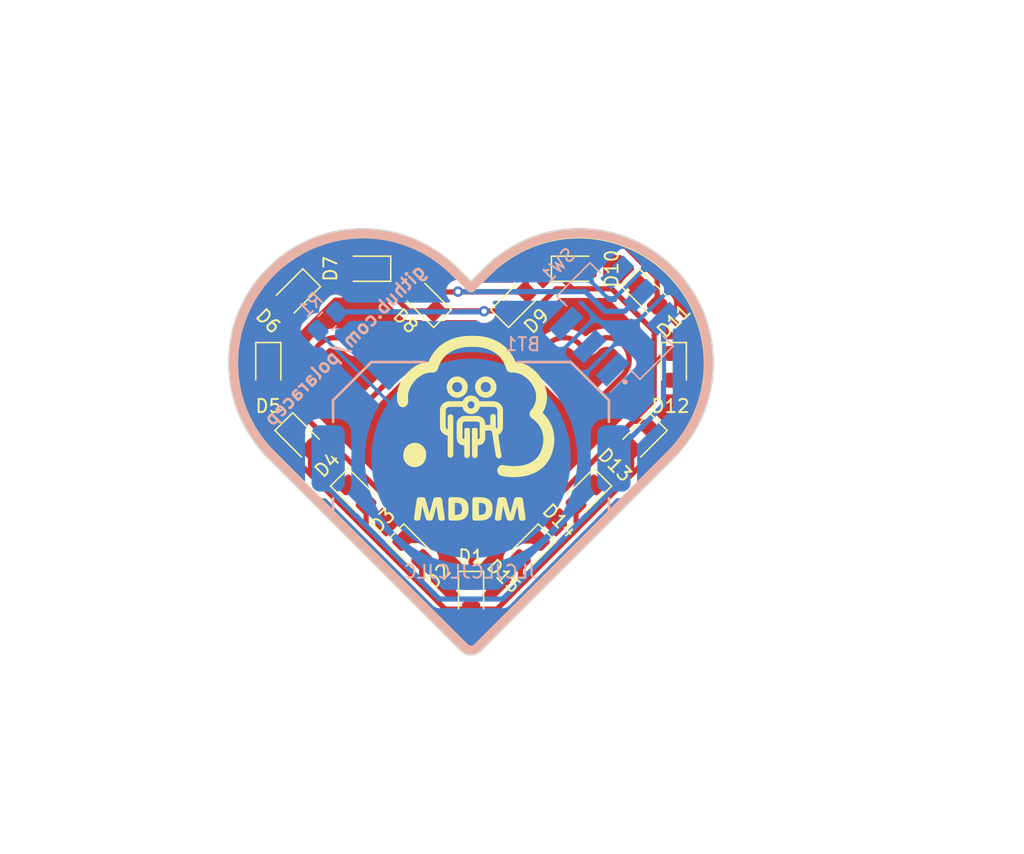
<source format=kicad_pcb>
(kicad_pcb (version 20240108) (generator "pcbnew") (generator_version "8.0")
  (layers (0 "F.Cu" signal) (31 "B.Cu" signal) (34 "B.Paste" user) (35 "F.Paste" user) (36 "B.SilkS" user "B.Silkscreen") (37 "F.SilkS" user "F.Silkscreen") (38 "B.Mask" user) (39 "F.Mask" user) (44 "Edge.Cuts" user))
  (net 0 "")
  (net 1 "Net-(BT1--)")
  (net 2 "Net-(BT1-+)")
  (net 3 "Net-(D1-K)")
  (net 4 "Net-(D1-A)")
  (footprint "LED_SMD:LED_0805_2012Metric_Pad1.15x1.40mm_HandSolder" (layer "F.Cu") (at 151 62.5)
    (property "Reference" "D10")
    (property "Value" "LED")
  )
  (footprint "LED_SMD:LED_0805_2012Metric_Pad1.15x1.40mm_HandSolder" (layer "F.Cu") (at 147.5 84 -135)
    (property "Reference" "D15")
    (property "Value" "LED")
  )
  (footprint "LED_SMD:LED_0805_2012Metric_Pad1.15x1.40mm_HandSolder" (layer "F.Cu") (at 129.5 64.5 -135)
    (property "Reference" "D6")
    (property "Value" "LED")
  )
  (footprint "LED_SMD:LED_0805_2012Metric_Pad1.15x1.40mm_HandSolder" (layer "F.Cu") (at 134.25 79.75 -45)
    (property "Reference" "D3")
    (property "Value" "LED")
  )
  (footprint "LED_SMD:LED_0805_2012Metric_Pad1.15x1.40mm_HandSolder" (layer "F.Cu") (at 127.5 70 -90)
    (property "Reference" "D5")
    (property "Value" "LED")
  )
  (footprint "LED_SMD:LED_0805_2012Metric_Pad1.15x1.40mm_HandSolder" (layer "F.Cu") (at 135 62.5 180)
    (property "Reference" "D7")
    (property "Value" "LED")
  )
  (footprint "LED_SMD:LED_0805_2012Metric_Pad1.15x1.40mm_HandSolder" (layer "F.Cu") (at 138.5 84 -45)
    (property "Reference" "D2")
    (property "Value" "LED")
  )
  (footprint "LED_SMD:LED_0805_2012Metric_Pad1.15x1.40mm_HandSolder" (layer "F.Cu") (at 146.5 65 45)
    (property "Reference" "D9")
    (property "Value" "LED")
  )
  (footprint "LED_SMD:LED_0805_2012Metric_Pad1.15x1.40mm_HandSolder" (layer "F.Cu") (at 156 75.5 -135)
    (property "Reference" "D13")
    (property "Value" "LED")
  )
  (footprint "LED_SMD:LED_0805_2012Metric_Pad1.15x1.40mm_HandSolder" (layer "F.Cu") (at 158.5 70 -90)
    (property "Reference" "D12")
    (property "Value" "LED")
  )
  (footprint "LED_SMD:LED_0805_2012Metric_Pad1.15x1.40mm_HandSolder" (layer "F.Cu") (at 151.75 79.75 -135)
    (property "Reference" "D14")
    (property "Value" "LED")
  )
  (footprint "LED_SMD:LED_0805_2012Metric_Pad1.15x1.40mm_HandSolder" (layer "F.Cu") (at 143 87.5 -90)
    (property "Reference" "D1")
    (property "Value" "LED")
  )
  (footprint "LED_SMD:LED_0805_2012Metric_Pad1.15x1.40mm_HandSolder" (layer "F.Cu") (at 139.5 65 135)
    (property "Reference" "D8")
    (property "Value" "LED")
  )
  (footprint "LED_SMD:LED_0805_2012Metric_Pad1.15x1.40mm_HandSolder" (layer "F.Cu") (at 130 75.5 -45)
    (property "Reference" "D4")
    (property "Value" "LED")
  )
  (footprint "LED_SMD:LED_0805_2012Metric_Pad1.15x1.40mm_HandSolder" (layer "F.Cu") (at 156.5 64.5 -45)
    (property "Reference" "D11")
    (property "Value" "LED")
  )
  (footprint "Resistor_SMD:R_0805_2012Metric_Pad1.20x1.40mm_HandSolder" (layer "B.Cu") (at 132 66.5 -135)
    (property "Reference" "R1")
    (property "Value" "200R")
  )
  (footprint "lib:CR2032_SMD" (layer "B.Cu") (at 143 77 180)
    (property "Reference" "BT1")
    (property "Value" "Battery_Cell")
  )
  (footprint "lib:SW_JS202011SCQN" (layer "B.Cu") (at 154 66.498224 135)
    (property "Reference" "SW1")
    (property "Value" "MST22D18G2")
  )
  (gr_arc (start 152.199999 68.259166) (mid 154.600001 68.259168) (end 154.599999 70.65917) (stroke (width 0.4)) (layer "F.Cu"))
  (gr_line (start 133.6 72.859167) (end 131.399999 70.659168) (stroke (width 0.4)) (layer "F.Cu"))
  (gr_line (start 134.899998 72.859167) (end 137.099997 70.659167) (stroke (width 0.4)) (layer "F.Cu"))
  (gr_arc (start 148.899999 70.659168) (mid 148.899999 68.259168) (end 151.299999 68.259168) (stroke (width 0.4)) (layer "F.Cu"))
  (gr_line (start 151.1 72.859167) (end 148.899999 70.659168) (stroke (width 0.4)) (layer "F.Cu"))
  (gr_arc (start 131.399999 70.659168) (mid 131.399999 68.259168) (end 133.799999 68.259168) (stroke (width 0.4)) (layer "F.Cu"))
  (gr_arc (start 134.899998 72.859167) (mid 134.249999 73.128405) (end 133.6 72.859167) (stroke (width 0.4)) (layer "F.Cu"))
  (gr_line (start 152.399998 72.859167) (end 154.599997 70.659167) (stroke (width 0.4)) (layer "F.Cu"))
  (gr_arc (start 152.399998 72.859167) (mid 151.749999 73.128405) (end 151.1 72.859167) (stroke (width 0.4)) (layer "F.Cu"))
  (gr_arc (start 152.199999 68.259166) (mid 151.75 68.5) (end 151.3 68.259168) (stroke (width 0.4)) (layer "F.Cu"))
  (gr_arc (start 134.699999 68.259166) (mid 134.25 68.5) (end 133.8 68.259168) (stroke (width 0.4)) (layer "F.Cu"))
  (gr_arc (start 134.699999 68.259166) (mid 137.100001 68.259168) (end 137.099999 70.65917) (stroke (width 0.4)) (layer "F.Cu"))
  (gr_line (start 143.487086 91.5) (end 158.237086 76.75) (stroke (width 0.75)) (layer "B.SilkS"))
  (gr_arc (start 127.709485 76.730547) (mid 127.730742 62.678254) (end 141.782922 62.737912) (stroke (width 0.75)) (layer "B.SilkS"))
  (gr_line (start 142.487086 91.5) (end 127.368626 76.398962) (stroke (width 0.75)) (layer "B.SilkS"))
  (gr_line (start 144.244462 62.676573) (end 142.987086 63.9318) (stroke (width 0.75)) (layer "B.SilkS"))
  (gr_line (start 141.731859 62.674424) (end 142.987086 63.9318) (stroke (width 0.75)) (layer "B.SilkS"))
  (gr_arc (start 143.493086 91.4908) (mid 142.985086 91.70122) (end 142.477086 91.4908) (stroke (width 0.75)) (layer "B.SilkS"))
  (gr_arc (start 144.244451 62.676562) (mid 158.296739 62.697818) (end 158.237086 76.75) (stroke (width 0.75)) (layer "B.SilkS"))
  (gr_poly (pts (xy 138.768255 75.809562) (xy 138.768254 75.809562) (xy 138.812551 75.814559) (xy 138.856083 75.821699) (xy 138.8988 75.830924) (xy 138.940655 75.842175) (xy 138.981597 75.855394) (xy 139.021578 75.870525) (xy 139.060549 75.887509) (xy 139.09846 75.906288) (xy 139.135262 75.926805) (xy 139.170907 75.949002) (xy 139.205345 75.97282) (xy 139.238526 75.998203) (xy 139.270403 76.025092) (xy 139.300926 76.053429) (xy 139.330045 76.083157) (xy 139.357712 76.114217) (xy 139.383878 76.146553) (xy 139.408493 76.180105) (xy 139.431508 76.214817) (xy 139.452874 76.250631) (xy 139.472543 76.287488) (xy 139.490465 76.325331) (xy 139.506591 76.364102) (xy 139.520871 76.403743) (xy 139.533257 76.444197) (xy 139.5437 76.485405) (xy 139.552151 76.527309) (xy 139.55856 76.569853) (xy 139.562878 76.612978) (xy 139.565057 76.656626) (xy 139.565047 76.70074) (xy 139.562798 76.745261) (xy 139.562798 76.755447) (xy 139.563622 76.787023) (xy 139.563311 76.818446) (xy 139.56188 76.849693) (xy 139.559343 76.880737) (xy 139.555715 76.911554) (xy 139.551009 76.942119) (xy 139.545241 76.972406) (xy 139.538425 77.002391) (xy 139.530574 77.032049) (xy 139.521704 77.061355) (xy 139.511828 77.090283) (xy 139.500962 77.118809) (xy 139.489119 77.146908) (xy 139.476313 77.174554) (xy 139.46256 77.201723) (xy 139.447873 77.22839) (xy 139.432266 77.254529) (xy 139.415755 77.280116) (xy 139.398353 77.305126) (xy 139.380075 77.329533) (xy 139.360935 77.353313) (xy 139.340948 77.376441) (xy 139.320127 77.398891) (xy 139.298488 77.420638) (xy 139.276044 77.441658) (xy 139.25281 77.461926) (xy 139.2288 77.481416) (xy 139.204029 77.500104) (xy 139.17851 77.517964) (xy 139.152259 77.534972) (xy 139.12529 77.551102) (xy 139.097616 77.56633) (xy 139.040863 77.593683) (xy 138.982838 77.616682) (xy 138.923771 77.635344) (xy 138.863893 77.649689) (xy 138.803433 77.659735) (xy 138.742622 77.665499) (xy 138.681689 77.667002) (xy 138.620865 77.66426) (xy 138.560378 77.657293) (xy 138.50046 77.646118) (xy 138.441339 77.630755) (xy 138.383247 77.611221) (xy 138.326413 77.587536) (xy 138.271066 77.559716) (xy 138.217438 77.527782) (xy 138.165757 77.491751) (xy 138.116797 77.452101) (xy 138.071232 77.409443) (xy 138.029144 77.363992) (xy 137.990615 77.315965) (xy 137.955725 77.265577) (xy 137.924556 77.213044) (xy 137.89719 77.158581) (xy 137.873708 77.102405) (xy 137.854192 77.044731) (xy 137.838723 76.985775) (xy 137.827383 76.925753) (xy 137.820253 76.864881) (xy 137.817415 76.803374) (xy 137.81895 76.741448) (xy 137.82494 76.679319) (xy 137.835466 76.617203) (xy 137.838653 76.584321) (xy 137.843077 76.551617) (xy 137.848728 76.519128) (xy 137.8556 76.486886) (xy 137.863684 76.454926) (xy 137.872973 76.423284) (xy 137.883457 76.391992) (xy 137.89513 76.361086) (xy 137.923742 76.296148) (xy 137.957094 76.234464) (xy 137.994914 76.176207) (xy 138.036925 76.121551) (xy 138.082854 76.070669) (xy 138.132428 76.023733) (xy 138.185371 75.980918) (xy 138.241409 75.942396) (xy 138.300269 75.90834) (xy 138.361676 75.878925) (xy 138.425356 75.854322) (xy 138.491035 75.834705) (xy 138.558438 75.820247) (xy 138.627292 75.811122) (xy 138.697322 75.807502)) (stroke (width -0.000001)) (fill solid) (layer "F.SilkS"))
  (gr_poly (pts (xy 143.294892 79.960235) (xy 143.305594 79.961271) (xy 143.649024 79.961271) (xy 143.780091 79.965039) (xy 143.84166 79.96973) (xy 143.900632 79.976273) (xy 143.957045 79.984655) (xy 144.010933 79.994864) (xy 144.062333 80.006886) (xy 144.111279 80.020707) (xy 144.157809 80.036315) (xy 144.201956 80.053696) (xy 144.243758 80.072837) (xy 144.28325 80.093724) (xy 144.320467 80.116343) (xy 144.355445 80.140683) (xy 144.388221 80.166729) (xy 144.418829 80.194468) (xy 144.447305 80.223887) (xy 144.473685 80.254972) (xy 144.498005 80.287711) (xy 144.520301 80.322089) (xy 144.540608 80.358093) (xy 144.558961 80.395711) (xy 144.575398 80.434928) (xy 144.589952 80.475732) (xy 144.602661 80.518109) (xy 144.613559 80.562046) (xy 144.630067 80.654547) (xy 144.639763 80.753126) (xy 144.642931 80.857679) (xy 144.639715 80.962215) (xy 144.635644 81.012239) (xy 144.629888 81.060749) (xy 144.622413 81.107732) (xy 144.613185 81.153177) (xy 144.602171 81.19707) (xy 144.589338 81.239398) (xy 144.574653 81.280149) (xy 144.558082 81.31931) (xy 144.539592 81.356867) (xy 144.51915 81.392809) (xy 144.496722 81.427122) (xy 144.472275 81.459794) (xy 144.445776 81.490812) (xy 144.417191 81.520163) (xy 144.386488 81.547834) (xy 144.353632 81.573812) (xy 144.318591 81.598085) (xy 144.281331 81.62064) (xy 144.241819 81.641464) (xy 144.200022 81.660545) (xy 144.155906 81.677869) (xy 144.109438 81.693423) (xy 144.060584 81.707196) (xy 144.009312 81.719174) (xy 143.955588 81.729344) (xy 143.899379 81.737693) (xy 143.840651 81.74421) (xy 143.779372 81.74888) (xy 143.715507 81.751692) (xy 143.649024 81.752632) (xy 143.305594 81.752632) (xy 143.294866 81.753576) (xy 143.284164 81.753903) (xy 143.273513 81.753622) (xy 143.262936 81.752741) (xy 143.252458 81.751269) (xy 143.242103 81.749214) (xy 143.231894 81.746585) (xy 143.221856 81.743389) (xy 143.212013 81.739636) (xy 143.202389 81.735334) (xy 143.193009 81.730491) (xy 143.183895 81.725115) (xy 143.175073 81.719215) (xy 143.166565 81.7128) (xy 143.158398 81.705877) (xy 143.150593 81.698456) (xy 143.143227 81.6906) (xy 143.136361 81.682384) (xy 143.130006 81.673833) (xy 143.124167 81.664969) (xy 143.118855 81.655818) (xy 143.114078 81.646404) (xy 143.109842 81.63675) (xy 143.106158 81.626881) (xy 143.103032 81.616822) (xy 143.100474 81.606595) (xy 143.098491 81.596225) (xy 143.097092 81.585737) (xy 143.096285 81.575155) (xy 143.096079 81.564502) (xy 143.09648 81.553803) (xy 143.097499 81.543082) (xy 143.097499 80.397834) (xy 143.598091 80.397834) (xy 143.598091 81.31025) (xy 143.670851 81.31025) (xy 143.705347 81.30979) (xy 143.738192 81.308412) (xy 143.769421 81.306118) (xy 143.799071 81.302911) (xy 143.827179 81.298794) (xy 143.853782 81.29377) (xy 143.878915 81.287841) (xy 143.902616 81.281009) (xy 143.92492 81.273278) (xy 143.945864 81.26465) (xy 143.965486 81.255128) (xy 143.98382 81.244714) (xy 144.000904 81.233412) (xy 144.016775 81.221223) (xy 144.031469 81.20815) (xy 144.045021 81.194197) (xy 144.05747 81.179365) (xy 144.068851 81.163658) (xy 144.0792 81.147078) (xy 144.088555 81.129628) (xy 144.096952 81.11131) (xy 144.104427 81.092127) (xy 144.111017 81.072082) (xy 144.116759 81.051177) (xy 144.125841 81.0068) (xy 144.131967 80.959016) (xy 144.135429 80.907847) (xy 144.136518 80.853315) (xy 144.135428 80.798798) (xy 144.131959 80.747676) (xy 144.125812 80.699963) (xy 144.121642 80.677392) (xy 144.11669 80.655679) (xy 144.11092 80.634828) (xy 144.104294 80.614839) (xy 144.096775 80.595717) (xy 144.088325 80.577462) (xy 144.078908 80.560076) (xy 144.068485 80.543563) (xy 144.05702 80.527923) (xy 144.044476 80.51316) (xy 144.030814 80.499274) (xy 144.015998 80.486269) (xy 143.999991 80.474147) (xy 143.982754 80.462909) (xy 143.964252 80.452558) (xy 143.944446 80.443096) (xy 143.923299 80.434525) (xy 143.900774 80.426848) (xy 143.876834 80.420065) (xy 143.851441 80.41418) (xy 143.824557 80.409194) (xy 143.796147 80.40511) (xy 143.766172 80.40193) (xy 143.734595 80.399656) (xy 143.701379 80.39829) (xy 143.666486 80.397834) (xy 143.598091 80.397834) (xy 143.097499 80.397834) (xy 143.097499 80.169366) (xy 143.096462 80.158663) (xy 143.096045 80.147982) (xy 143.09624 80.137347) (xy 143.097037 80.126782) (xy 143.098429 80.116312) (xy 143.100407 80.105961) (xy 143.102963 80.095754) (xy 143.106089 80.085714) (xy 143.109775 80.075867) (xy 143.114015 80.066236) (xy 143.118799 80.056846) (xy 143.124119 80.047722) (xy 143.129967 80.038887) (xy 143.136334 80.030367) (xy 143.143212 80.022185) (xy 143.150593 80.014366) (xy 143.158413 80.006984) (xy 143.166595 80.000106) (xy 143.175115 79.993739) (xy 143.18395 79.987891) (xy 143.193074 79.982571) (xy 143.202464 79.977787) (xy 143.212095 79.973547) (xy 143.221943 79.969861) (xy 143.231982 79.966735) (xy 143.24219 79.964179) (xy 143.252541 79.962201) (xy 143.263011 79.960809) (xy 143.273575 79.960012) (xy 143.284211 79.959818)) (stroke (width -0.000001)) (fill solid) (layer "F.SilkS"))
  (gr_poly (pts (xy 145.233585 79.967753) (xy 145.243931 79.968547) (xy 145.476764 79.968548) (xy 145.487245 79.967892) (xy 145.497646 79.967745) (xy 145.507951 79.968097) (xy 145.518149 79.968938) (xy 145.528226 79.970257) (xy 145.538169 79.972043) (xy 145.547965 79.974288) (xy 145.557601 79.976979) (xy 145.567064 79.980108) (xy 145.57634 79.983663) (xy 145.585417 79.987635) (xy 145.594281 79.992013) (xy 145.602919 79.996787) (xy 145.611319 80.001946) (xy 145.619466 80.007481) (xy 145.627348 80.01338) (xy 145.634952 80.019634) (xy 145.642264 80.026233) (xy 145.649272 80.033165) (xy 145.655962 80.040421) (xy 145.662321 80.04799) (xy 145.668337 80.055863) (xy 145.673995 80.064028) (xy 145.679283 80.072476) (xy 145.684188 80.081196) (xy 145.688697 80.090178) (xy 145.692796 80.099412) (xy 145.696472 80.108887) (xy 145.699712 80.118593) (xy 145.702504 80.128519) (xy 145.704833 80.138656) (xy 145.706688 80.148993) (xy 145.997729 81.234578) (xy 146.28877 80.148993) (xy 146.29056 80.138676) (xy 146.292827 80.128556) (xy 146.295557 80.118645) (xy 146.298737 80.108952) (xy 146.302355 80.099489) (xy 146.306396 80.090265) (xy 146.310849 80.081292) (xy 146.315699 80.072578) (xy 146.320934 80.064135) (xy 146.32654 80.055974) (xy 146.332504 80.048103) (xy 146.338814 80.040535) (xy 146.345456 80.033279) (xy 146.352416 80.026345) (xy 146.359682 80.019745) (xy 146.367241 80.013488) (xy 146.375079 80.007584) (xy 146.383183 80.002045) (xy 146.391541 79.99688) (xy 146.400138 79.992101) (xy 146.408962 79.987716) (xy 146.418 79.983737) (xy 146.427239 79.980175) (xy 146.436665 79.977039) (xy 146.446265 79.974339) (xy 146.456026 79.972087) (xy 146.465935 79.970293) (xy 146.475979 79.968966) (xy 146.486144 79.968118) (xy 146.496418 79.967758) (xy 146.506788 79.967898) (xy 146.517239 79.968548) (xy 146.751527 79.968548) (xy 146.761593 79.968207) (xy 146.771619 79.968369) (xy 146.781588 79.969029) (xy 146.791481 79.970179) (xy 146.801281 79.971814) (xy 146.810972 79.973928) (xy 146.820536 79.976515) (xy 146.829955 79.979568) (xy 146.839212 79.983081) (xy 146.84829 79.987049) (xy 146.857172 79.991465) (xy 146.865839 79.996323) (xy 146.874275 80.001617) (xy 146.882463 80.007341) (xy 146.890384 80.013489) (xy 146.898022 80.020054) (xy 146.905322 80.026994) (xy 146.912235 80.034258) (xy 146.918752 80.041829) (xy 146.924867 80.04969) (xy 146.930572 80.057826) (xy 146.935858 80.066219) (xy 146.940717 80.074852) (xy 146.945143 80.08371) (xy 146.949127 80.092775) (xy 146.952662 80.10203) (xy 146.955739 80.111459) (xy 146.958351 80.121046) (xy 146.960489 80.130774) (xy 146.962147 80.140625) (xy 146.963316 80.150584) (xy 146.963988 80.160633) (xy 147.161896 81.537262) (xy 147.164484 81.548072) (xy 147.16638 81.558947) (xy 147.16759 81.569856) (xy 147.168123 81.580767) (xy 147.167984 81.591652) (xy 147.167181 81.60248) (xy 147.165722 81.61322) (xy 147.163612 81.623842) (xy 147.160859 81.634316) (xy 147.157469 81.644611) (xy 147.153451 81.654697) (xy 147.148811 81.664545) (xy 147.143555 81.674122) (xy 147.137691 81.6834) (xy 147.131227 81.692347) (xy 147.124167 81.700934) (xy 147.116586 81.709064) (xy 147.108569 81.716651) (xy 147.100146 81.723687) (xy 147.091345 81.730159) (xy 147.082195 81.736057) (xy 147.072727 81.74137) (xy 147.062968 81.746086) (xy 147.052949 81.750196) (xy 147.042698 81.753688) (xy 147.032244 81.75655) (xy 147.021617 81.758773) (xy 147.010845 81.760345) (xy 146.999958 81.761256) (xy 146.988986 81.761494) (xy 146.977956 81.761048) (xy 146.966898 81.759908) (xy 146.882497 81.759908) (xy 146.872085 81.760627) (xy 146.861701 81.760801) (xy 146.851364 81.760436) (xy 146.841093 81.75954) (xy 146.830909 81.758117) (xy 146.82083 81.756175) (xy 146.810878 81.753721) (xy 146.80107 81.75076) (xy 146.791428 81.7473) (xy 146.78197 81.743346) (xy 146.772717 81.738906) (xy 146.763687 81.733985) (xy 146.754901 81.728591) (xy 146.746379 81.72273) (xy 146.738139 81.716408) (xy 146.730202 81.709632) (xy 146.72263 81.70245) (xy 146.715478 81.694919) (xy 146.708754 81.687059) (xy 146.702468 81.678888) (xy 146.696626 81.670425) (xy 146.691239 81.661688) (xy 146.686315 81.652697) (xy 146.681861 81.643471) (xy 146.677887 81.634029) (xy 146.674401 81.624389) (xy 146.671412 81.61457) (xy 146.668928 81.604591) (xy 146.666958 81.594471) (xy 146.66551 81.584229) (xy 146.664593 81.573884) (xy 146.664215 81.563455) (xy 146.537611 80.621936) (xy 146.272763 81.579463) (xy 146.270787 81.589784) (xy 146.268344 81.599903) (xy 146.265445 81.60981) (xy 146.262105 81.619495) (xy 146.258336 81.628948) (xy 146.25415 81.63816) (xy 146.249561 81.64712) (xy 146.244582 81.655817) (xy 146.239225 81.664243) (xy 146.233503 81.672387) (xy 146.227429 81.680239) (xy 146.221017 81.687789) (xy 146.214278 81.695027) (xy 146.207226 81.701943) (xy 146.199873 81.708527) (xy 146.192233 81.714768) (xy 146.184318 81.720658) (xy 146.176142 81.726185) (xy 146.167716 81.731339) (xy 146.159055 81.736112) (xy 146.15017 81.740492) (xy 146.141075 81.74447) (xy 146.131782 81.748035) (xy 146.122305 81.751178) (xy 146.112656 81.753888) (xy 146.102848 81.756156) (xy 146.092894 81.757971) (xy 146.082807 81.759324) (xy 146.0726 81.760204) (xy 146.062285 81.760601) (xy 146.051876 81.760506) (xy 146.041385 81.759908) (xy 145.945341 81.759908) (xy 145.934851 81.760506) (xy 145.924441 81.760601) (xy 145.914127 81.760204) (xy 145.903919 81.759324) (xy 145.893832 81.757971) (xy 145.883879 81.756156) (xy 145.874071 81.753888) (xy 145.864422 81.751178) (xy 145.854945 81.748035) (xy 145.845652 81.74447) (xy 145.836557 81.740492) (xy 145.827672 81.736112) (xy 145.81901 81.731339) (xy 145.810585 81.726185) (xy 145.802408 81.720658) (xy 145.794494 81.714768) (xy 145.786854 81.708527) (xy 145.779501 81.701943) (xy 145.772449 81.695027) (xy 145.76571 81.687789) (xy 145.759297 81.680239) (xy 145.753224 81.672387) (xy 145.747502 81.664243) (xy 145.742145 81.655817) (xy 145.737166 81.64712) (xy 145.732577 81.63816) (xy 145.728391 81.628948) (xy 145.724622 81.619495) (xy 145.721281 81.60981) (xy 145.718383 81.599903) (xy 145.71594 81.589784) (xy 145.713964 81.579463) (xy 145.44766 80.621936) (xy 145.321057 81.563455) (xy 145.32076 81.573913) (xy 145.319916 81.58429) (xy 145.318534 81.594565) (xy 145.316623 81.60472) (xy 145.314192 81.614735) (xy 145.311248 81.624591) (xy 145.3078 81.634269) (xy 145.303858 81.643749) (xy 145.29943 81.653012) (xy 145.294524 81.662039) (xy 145.28915 81.67081) (xy 145.283315 81.679306) (xy 145.277029 81.687508) (xy 145.270299 81.695396) (xy 145.263135 81.702951) (xy 145.255546 81.710153) (xy 145.247587 81.716945) (xy 145.239323 81.723276) (xy 145.230772 81.729141) (xy 145.221957 81.734532) (xy 145.212895 81.739443) (xy 145.203609 81.743868) (xy 145.194117 81.747799) (xy 145.18444 81.751231) (xy 145.174599 81.754156) (xy 145.164612 81.756569) (xy 145.154501 81.758462) (xy 145.144286 81.75983) (xy 145.133986 81.760665) (xy 145.123622 81.760961) (xy 145.113214 81.760711) (xy 145.102781 81.759909) (xy 145.01983 81.759908) (xy 145.00841 81.761373) (xy 144.997007 81.762087) (xy 144.985652 81.762062) (xy 144.97438 81.76131) (xy 144.963222 81.759842) (xy 144.952212 81.757672) (xy 144.941382 81.75481) (xy 144.930766 81.751271) (xy 144.920395 81.747064) (xy 144.910303 81.742203) (xy 144.900524 81.7367) (xy 144.891088 81.730567) (xy 144.88203 81.723815) (xy 144.873382 81.716458) (xy 144.865177 81.708506) (xy 144.857448 81.699973) (xy 144.850292 81.690955) (xy 144.843787 81.681562) (xy 144.83794 81.671828) (xy 144.832759 81.661789) (xy 144.828248 81.651479) (xy 144.824416 81.640932) (xy 144.821268 81.630182) (xy 144.818811 81.619264) (xy 144.817052 81.608212) (xy 144.815998 81.59706) (xy 144.815654 81.585843) (xy 144.816028 81.574596) (xy 144.817126 81.563352) (xy 144.818955 81.552146) (xy 144.821521 81.541012) (xy 144.824832 81.529985) (xy 144.824832 81.529986) (xy 145.02274 80.160634) (xy 145.023404 80.150279) (xy 145.024595 80.14002) (xy 145.026305 80.129876) (xy 145.028524 80.119865) (xy 145.031244 80.110005) (xy 145.034456 80.100314) (xy 145.038152 80.09081) (xy 145.042322 80.081512) (xy 145.046959 80.072436) (xy 145.052053 80.063603) (xy 145.057596 80.055029) (xy 145.063579 80.046733) (xy 145.069993 80.038733) (xy 145.07683 80.031047) (xy 145.084082 80.023693) (xy 145.091738 80.016689) (xy 145.099746 80.01009) (xy 145.108043 80.003941) (xy 145.116612 79.998249) (xy 145.125432 79.993019) (xy 145.134484 79.988258) (xy 145.14375 79.983971) (xy 145.15321 79.980165) (xy 145.162846 79.976846) (xy 145.172637 79.97402) (xy 145.182565 79.971693) (xy 145.19261 79.969871) (xy 145.202754 79.96856) (xy 145.212977 79.967766) (xy 145.223261 79.967495)) (stroke (width -0.000001)) (fill solid) (layer "F.SilkS"))
  (gr_line (start 143 63.9318) (end 141.742624 62.676573) (stroke (width 0.75)) (layer "F.SilkS"))
  (gr_poly (pts (xy 143.373701 67.629807) (xy 143.516425 67.637849) (xy 143.656814 67.650241) (xy 143.794803 67.666942) (xy 143.93033 67.687912) (xy 144.063333 67.713112) (xy 144.193749 67.742502) (xy 144.321515 67.776042) (xy 144.446569 67.813693) (xy 144.568848 67.855415) (xy 144.688289 67.901168) (xy 144.804831 67.950912) (xy 144.918409 68.004609) (xy 145.028963 68.062217) (xy 145.136428 68.123698) (xy 145.240743 68.189012) (xy 145.341844 68.258118) (xy 145.43967 68.330978) (xy 145.534157 68.407552) (xy 145.625244 68.487799) (xy 145.712866 68.571681) (xy 145.796963 68.659157) (xy 145.87747 68.750188) (xy 145.954326 68.844734) (xy 146.027468 68.942755) (xy 146.096833 69.044212) (xy 146.162359 69.149066) (xy 146.223982 69.257275) (xy 146.281641 69.368801) (xy 146.335273 69.483604) (xy 146.384815 69.601644) (xy 146.464599 69.610662) (xy 146.544283 69.622679) (xy 146.703054 69.655529) (xy 146.860533 69.699835) (xy 147.016125 69.755237) (xy 147.169237 69.821373) (xy 147.319272 69.897884) (xy 147.465636 69.984409) (xy 147.607736 70.080589) (xy 147.744975 70.186063) (xy 147.876759 70.300471) (xy 148.002493 70.423452) (xy 148.121583 70.554646) (xy 148.233434 70.693693) (xy 148.337451 70.840233) (xy 148.43304 70.993906) (xy 148.519605 71.154351) (xy 148.589408 71.294693) (xy 148.649472 71.438181) (xy 148.699806 71.584337) (xy 148.74042 71.732684) (xy 148.771324 71.882747) (xy 148.792525 72.034048) (xy 148.804035 72.186111) (xy 148.805863 72.33846) (xy 148.798017 72.490618) (xy 148.780507 72.642107) (xy 148.753343 72.792453) (xy 148.716534 72.941177) (xy 148.67009 73.087804) (xy 148.61402 73.231856) (xy 148.548333 73.372858) (xy 148.473039 73.510333) (xy 148.582392 73.619686) (xy 148.691044 73.740816) (xy 148.797305 73.873563) (xy 148.899483 74.017769) (xy 148.995889 74.173272) (xy 149.084832 74.339913) (xy 149.164621 74.517532) (xy 149.233567 74.705969) (xy 149.289979 74.905064) (xy 149.332166 75.114658) (xy 149.358438 75.33459) (xy 149.367105 75.564701) (xy 149.356476 75.804831) (xy 149.343398 75.928603) (xy 149.324861 76.054819) (xy 149.300656 76.183461) (xy 149.27057 76.314507) (xy 149.234392 76.447938) (xy 149.191912 76.583734) (xy 149.143711 76.717588) (xy 149.090653 76.845292) (xy 149.032944 76.966969) (xy 148.970791 77.082745) (xy 148.904402 77.192744) (xy 148.833983 77.297092) (xy 148.759741 77.395911) (xy 148.681884 77.489328) (xy 148.600619 77.577467) (xy 148.516152 77.660453) (xy 148.42869 77.73841) (xy 148.338441 77.811464) (xy 148.245612 77.879738) (xy 148.150409 77.943358) (xy 147.953712 78.057133) (xy 147.750005 78.153786) (xy 147.540947 78.234316) (xy 147.328191 78.299719) (xy 147.113396 78.350994) (xy 146.898217 78.389138) (xy 146.684311 78.415148) (xy 146.473333 78.430023) (xy 146.266941 78.434759) (xy 146.148813 78.433636) (xy 146.030831 78.429234) (xy 145.913062 78.421559) (xy 145.795575 78.410619) (xy 145.678439 78.396421) (xy 145.56172 78.378972) (xy 145.445489 78.358281) (xy 145.329812 78.334354) (xy 145.308825 78.329019) (xy 145.288354 78.322698) (xy 145.268419 78.315421) (xy 145.249039 78.307221) (xy 145.230235 78.298128) (xy 145.212026 78.288175) (xy 145.194432 78.277393) (xy 145.177473 78.265814) (xy 145.161169 78.253469) (xy 145.14554 78.24039) (xy 145.130607 78.226609) (xy 145.116387 78.212156) (xy 145.102903 78.197064) (xy 145.090173 78.181365) (xy 145.078218 78.16509) (xy 145.067057 78.14827) (xy 145.05671 78.130937) (xy 145.047198 78.113124) (xy 145.038539 78.09486) (xy 145.030755 78.076179) (xy 145.023865 78.057111) (xy 145.017888 78.037689) (xy 145.012845 78.017943) (xy 145.008756 77.997906) (xy 145.00564 77.977609) (xy 145.003518 77.957083) (xy 145.00241 77.936361) (xy 145.002334 77.915474) (xy 145.003312 77.894453) (xy 145.005363 77.87333) (xy 145.008506 77.852137) (xy 145.012763 77.830906) (xy 145.018087 77.809916) (xy 145.024399 77.789442) (xy 145.031665 77.769503) (xy 145.039856 77.750119) (xy 145.04894 77.73131) (xy 145.058884 77.713096) (xy 145.069657 77.695497) (xy 145.081228 77.678533) (xy 145.093565 77.662223) (xy 145.106637 77.646588) (xy 145.120411 77.631647) (xy 145.134856 77.617421) (xy 145.149941 77.603929) (xy 145.165635 77.591192) (xy 145.181904 77.579228) (xy 145.198718 77.568059) (xy 145.216046 77.557704) (xy 145.233855 77.548183) (xy 145.252114 77.539516) (xy 145.270792 77.531722) (xy 145.289856 77.524823) (xy 145.309276 77.518837) (xy 145.329019 77.513784) (xy 145.349054 77.509686) (xy 145.36935 77.50656) (xy 145.389874 77.504428) (xy 145.410596 77.503309) (xy 145.431483 77.503224) (xy 145.452504 77.504191) (xy 145.473628 77.506232) (xy 145.494822 77.509365) (xy 145.516056 77.513612) (xy 145.644509 77.537895) (xy 145.927312 77.573912) (xy 146.112797 77.586727) (xy 146.320312 77.590965) (xy 146.544339 77.582788) (xy 146.779359 77.558359) (xy 147.019854 77.513842) (xy 147.140429 77.482851) (xy 147.260303 77.445399) (xy 147.378786 77.401006) (xy 147.495189 77.349193) (xy 147.608821 77.28948) (xy 147.718992 77.221388) (xy 147.825013 77.144436) (xy 147.926194 77.058146) (xy 148.021845 76.962037) (xy 148.111276 76.85563) (xy 148.193797 76.738446) (xy 148.268718 76.610004) (xy 148.335351 76.469825) (xy 148.393003 76.31743) (xy 148.436921 76.173098) (xy 148.471342 76.033412) (xy 148.496787 75.89836) (xy 148.513777 75.767933) (xy 148.522835 75.642119) (xy 148.52448 75.520909) (xy 148.519236 75.404293) (xy 148.507624 75.292259) (xy 148.490164 75.184797) (xy 148.467378 75.081898) (xy 148.439789 74.98355) (xy 148.407916 74.889743) (xy 148.372282 74.800467) (xy 148.333409 74.715712) (xy 148.291817 74.635466) (xy 148.248028 74.559721) (xy 148.202563 74.488464) (xy 148.155945 74.421687) (xy 148.108694 74.359378) (xy 148.061332 74.301526) (xy 147.96836 74.199157) (xy 147.881201 74.114495) (xy 147.804027 74.047458) (xy 147.74101 73.997962) (xy 147.67413 73.951262) (xy 147.655071 73.938589) (xy 147.636824 73.924973) (xy 147.619415 73.910455) (xy 147.602872 73.895075) (xy 147.587221 73.878875) (xy 147.572488 73.861896) (xy 147.558702 73.844178) (xy 147.545889 73.825762) (xy 147.534076 73.806689) (xy 147.523289 73.787001) (xy 147.513556 73.766738) (xy 147.504903 73.74594) (xy 147.497357 73.72465) (xy 147.490946 73.702908) (xy 147.485696 73.680754) (xy 147.481634 73.65823) (xy 147.478801 73.635519) (xy 147.477213 73.612808) (xy 147.476855 73.590142) (xy 147.477715 73.567571) (xy 147.479779 73.54514) (xy 147.483033 73.522897) (xy 147.487464 73.500889) (xy 147.493059 73.479163) (xy 147.499804 73.457766) (xy 147.507685 73.436745) (xy 147.516689 73.416148) (xy 147.526803 73.39602) (xy 147.538013 73.37641) (xy 147.550306 73.357365) (xy 147.563668 73.338931) (xy 147.578086 73.321156) (xy 147.656528 73.226565) (xy 147.726466 73.127218) (xy 147.78784 73.02365) (xy 147.840589 72.916398) (xy 147.884654 72.805998) (xy 147.919973 72.692985) (xy 147.946487 72.577895) (xy 147.964134 72.461265) (xy 147.972856 72.34363) (xy 147.972591 72.225527) (xy 147.963279 72.10749) (xy 147.94486 71.990056) (xy 147.917273 71.873762) (xy 147.880459 71.759142) (xy 147.834356 71.646733) (xy 147.778905 71.53707) (xy 147.710251 71.41226) (xy 147.634038 71.292959) (xy 147.550892 71.179592) (xy 147.461442 71.072586) (xy 147.366313 70.972367) (xy 147.266131 70.879361) (xy 147.161525 70.793996) (xy 147.05312 70.716696) (xy 146.941543 70.647889) (xy 146.82742 70.588001) (xy 146.71138 70.537459) (xy 146.594047 70.496687) (xy 146.47605 70.466114) (xy 146.416997 70.454784) (xy 146.358014 70.446164) (xy 146.299177 70.440307) (xy 146.240566 70.437265) (xy 146.182258 70.437093) (xy 146.124333 70.439843) (xy 146.105747 70.440996) (xy 146.087274 70.441326) (xy 146.068936 70.440847) (xy 146.050753 70.439572) (xy 146.032745 70.437517) (xy 146.014933 70.434695) (xy 145.997337 70.431121) (xy 145.979978 70.426809) (xy 145.962876 70.421772) (xy 145.946052 70.416025) (xy 145.929527 70.409582) (xy 145.913321 70.402458) (xy 145.897454 70.394666) (xy 145.881947 70.386221) (xy 145.866821 70.377136) (xy 145.852095 70.367427) (xy 145.837792 70.357106) (xy 145.82393 70.346189) (xy 145.810531 70.334689) (xy 145.797614 70.322621) (xy 145.785202 70.309998) (xy 145.773314 70.296835) (xy 145.76197 70.283147) (xy 145.751191 70.268946) (xy 145.740998 70.254248) (xy 145.731412 70.239066) (xy 145.722452 70.223415) (xy 145.714139 70.207309) (xy 145.706494 70.190762) (xy 145.699537 70.173787) (xy 145.693289 70.156401) (xy 145.68777 70.138615) (xy 145.642285 69.997952) (xy 145.590924 69.865304) (xy 145.534044 69.740441) (xy 145.472004 69.623133) (xy 145.40516 69.513151) (xy 145.33387 69.410265) (xy 145.258491 69.314244) (xy 145.179379 69.224858) (xy 145.096894 69.141878) (xy 145.011391 69.065074) (xy 144.923229 68.994215) (xy 144.832764 68.929073) (xy 144.740354 68.869416) (xy 144.646357 68.815015) (xy 144.551128 68.76564) (xy 144.455027 68.72106) (xy 144.261634 68.64537) (xy 144.069036 68.586104) (xy 143.880092 68.541423) (xy 143.69766 68.509487) (xy 143.524598 68.488456) (xy 143.363766 68.476492) (xy 143.218022 68.471753) (xy 143.090224 68.472402) (xy 142.957848 68.472233) (xy 142.808163 68.477327) (xy 142.643983 68.489537) (xy 142.468122 68.510715) (xy 142.283393 68.542713) (xy 142.09261 68.587383) (xy 141.898587 68.646579) (xy 141.80124 68.682202) (xy 141.704138 68.722152) (xy 141.607632 68.766659) (xy 141.512076 68.815955) (xy 141.417819 68.870272) (xy 141.325215 68.92984) (xy 141.234614 68.994893) (xy 141.146369 69.06566) (xy 141.060832 69.142375) (xy 140.978353 69.225267) (xy 140.899284 69.31457) (xy 140.823978 69.410514) (xy 140.752786 69.513331) (xy 140.68606 69.623253) (xy 140.624152 69.74051) (xy 140.567413 69.865336) (xy 140.516194 69.99796) (xy 140.470849 70.138615) (xy 140.465244 70.156336) (xy 140.458918 70.173659) (xy 140.451893 70.190572) (xy 140.444188 70.20706) (xy 140.435823 70.223109) (xy 140.426819 70.238706) (xy 140.417196 70.253837) (xy 140.406973 70.268487) (xy 140.384811 70.296291) (xy 140.360495 70.322006) (xy 140.334185 70.345523) (xy 140.306042 70.366728) (xy 140.276228 70.385512) (xy 140.244905 70.401763) (xy 140.212233 70.41537) (xy 140.178374 70.42622) (xy 140.161049 70.430578) (xy 140.143488 70.434205) (xy 140.125711 70.437087) (xy 140.107737 70.439211) (xy 140.089588 70.440562) (xy 140.071283 70.441127) (xy 140.052843 70.440892) (xy 140.034286 70.439843) (xy 139.976353 70.437093) (xy 139.918022 70.437265) (xy 139.859373 70.440307) (xy 139.800487 70.446164) (xy 139.741443 70.454784) (xy 139.682321 70.466114) (xy 139.623201 70.480099) (xy 139.564163 70.496687) (xy 139.505287 70.515825) (xy 139.446654 70.537459) (xy 139.388342 70.561536) (xy 139.330432 70.588002) (xy 139.216137 70.64789) (xy 139.104408 70.716697) (xy 138.995886 70.793996) (xy 138.891209 70.879362) (xy 138.791017 70.972367) (xy 138.695949 71.072586) (xy 138.606646 71.179592) (xy 138.523746 71.292959) (xy 138.484897 71.351895) (xy 138.447889 71.412261) (xy 138.412801 71.474004) (xy 138.379714 71.53707) (xy 138.37624 71.543287) (xy 138.372665 71.549445) (xy 138.368991 71.555543) (xy 138.365218 71.56158) (xy 138.361347 71.567555) (xy 138.357379 71.573466) (xy 138.353315 71.579312) (xy 138.349155 71.585093) (xy 138.322162 71.642174) (xy 138.297421 71.700093) (xy 138.274942 71.758781) (xy 138.254737 71.818173) (xy 138.236816 71.878201) (xy 138.221189 71.938801) (xy 138.207867 71.999904) (xy 138.196861 72.061444) (xy 138.188181 72.123356) (xy 138.181838 72.185572) (xy 138.177843 72.248026) (xy 138.176205 72.310651) (xy 138.176936 72.373382) (xy 138.180047 72.43615) (xy 138.185547 72.498891) (xy 138.193448 72.561537) (xy 138.194678 72.61968) (xy 138.191194 72.674818) (xy 138.183291 72.726872) (xy 138.171259 72.775763) (xy 138.155391 72.82141) (xy 138.13598 72.863734) (xy 138.113317 72.902656) (xy 138.087695 72.938095) (xy 138.059407 72.969973) (xy 138.028744 72.998208) (xy 137.995999 73.022723) (xy 137.961464 73.043436) (xy 137.925432 73.060269) (xy 137.888195 73.073141) (xy 137.850045 73.081973) (xy 137.811274 73.086686) (xy 137.772175 73.087199) (xy 137.73304 73.083433) (xy 137.694161 73.075309) (xy 137.655831 73.062746) (xy 137.618342 73.045665) (xy 137.581986 73.023987) (xy 137.547056 72.997631) (xy 137.513843 72.966518) (xy 137.482641 72.930568) (xy 137.453741 72.889702) (xy 137.427436 72.84384) (xy 137.404017 72.792902) (xy 137.383779 72.736809) (xy 137.367012 72.675481) (xy 137.354008 72.608838) (xy 137.345062 72.5368) (xy 137.338923 72.447422) (xy 137.335971 72.358082) (xy 137.33619 72.268861) (xy 137.339563 72.179843) (xy 137.346073 72.091109) (xy 137.355705 72.00274) (xy 137.368442 71.914821) (xy 137.384267 71.827431) (xy 137.403165 71.740654) (xy 137.425118 71.654572) (xy 137.450111 71.569266) (xy 137.478127 71.484819) (xy 137.50915 71.401313) (xy 137.543163 71.31883) (xy 137.580151 71.237452) (xy 137.620096 71.157261) (xy 137.655239 71.090086) (xy 137.692021 71.02389) (xy 137.73042 70.958703) (xy 137.770413 70.894551) (xy 137.811979 70.831463) (xy 137.855095 70.769468) (xy 137.899739 70.708592) (xy 137.945888 70.648864) (xy 137.993521 70.590313) (xy 138.042615 70.532966) (xy 138.093148 70.476851) (xy 138.145098 70.421996) (xy 138.198441 70.36843) (xy 138.253158 70.31618) (xy 138.309224 70.265275) (xy 138.366618 70.215742) (xy 138.366618 70.215741) (xy 138.441086 70.153309) (xy 138.51767 70.09389) (xy 138.596274 70.037526) (xy 138.676805 69.984258) (xy 138.75917 69.934128) (xy 138.843273 69.887177) (xy 138.929021 69.843446) (xy 139.016319 69.802978) (xy 139.105075 69.765814) (xy 139.195193 69.731994) (xy 139.28658 69.701561) (xy 139.379141 69.674556) (xy 139.472783 69.65102) (xy 139.567411 69.630995) (xy 139.662932 69.614522) (xy 139.759252 69.601644) (xy 139.86243 69.368817) (xy 139.981745 69.149125) (xy 140.116724 68.94288) (xy 140.266892 68.750393) (xy 140.431777 68.571974) (xy 140.610907 68.407936) (xy 140.803806 68.258588) (xy 141.010003 68.124244) (xy 141.229024 68.005213) (xy 141.460396 67.901807) (xy 141.703645 67.814338) (xy 141.958299 67.743116) (xy 142.223883 67.688452) (xy 142.499926 67.650659) (xy 142.785953 67.630046) (xy 143.081492 67.626926) (xy 143.228702 67.626152)) (stroke (width -0.000001)) (fill solid) (layer "F.SilkS"))
  (gr_poly (pts (xy 144.161093 70.736093) (xy 144.223012 70.74138) (xy 144.284675 70.751457) (xy 144.345809 70.766373) (xy 144.40614 70.786178) (xy 144.465395 70.810922) (xy 144.497168 70.826272) (xy 144.528023 70.842845) (xy 144.5869 70.879505) (xy 144.641863 70.920582) (xy 144.692748 70.965757) (xy 144.739393 71.014712) (xy 144.781634 71.067127) (xy 144.819308 71.122682) (xy 144.852251 71.18106) (xy 144.880301 71.24194) (xy 144.903295 71.305004) (xy 144.921068 71.369932) (xy 144.933459 71.436406) (xy 144.940303 71.504106) (xy 144.941438 71.572713) (xy 144.9367 71.641908) (xy 144.932077 71.676626) (xy 144.925926 71.711372) (xy 144.91829 71.745822) (xy 144.909252 71.779661) (xy 144.898847 71.812859) (xy 144.887107 71.845387) (xy 144.874068 71.877217) (xy 144.859763 71.90832) (xy 144.844227 71.938666) (xy 144.827493 71.968226) (xy 144.809596 71.996972) (xy 144.79057 72.024875) (xy 144.749268 72.078032) (xy 144.703859 72.127466) (xy 144.654616 72.172946) (xy 144.601813 72.214238) (xy 144.545723 72.251111) (xy 144.486618 72.283333) (xy 144.456021 72.297627) (xy 144.424772 72.31067) (xy 144.392906 72.322435) (xy 144.360457 72.332892) (xy 144.32746 72.342012) (xy 144.293948 72.349765) (xy 144.259955 72.356124) (xy 144.225516 72.361059) (xy 144.190664 72.36454) (xy 144.155435 72.366539) (xy 144.12633 72.366539) (xy 144.08844 72.365494) (xy 144.050955 72.362752) (xy 144.013914 72.358346) (xy 143.977358 72.352312) (xy 143.941329 72.344686) (xy 143.905867 72.335502) (xy 143.871011 72.324796) (xy 143.836804 72.312602) (xy 143.803285 72.298957) (xy 143.770496 72.283894) (xy 143.738476 72.267449) (xy 143.707266 72.249658) (xy 143.676908 72.230555) (xy 143.647441 72.210176) (xy 143.618906 72.188555) (xy 143.591344 72.165728) (xy 143.564795 72.14173) (xy 143.539301 72.116596) (xy 143.5149 72.090362) (xy 143.491635 72.063061) (xy 143.469546 72.034731) (xy 143.448673 72.005405) (xy 143.429058 71.975118) (xy 143.410739 71.943907) (xy 143.393759 71.911805) (xy 143.378158 71.878849) (xy 143.363977 71.845073) (xy 143.351255 71.810513) (xy 143.340034 71.775203) (xy 143.330354 71.739179) (xy 143.322256 71.702476) (xy 143.31578 71.665129) (xy 143.313073 71.625802) (xy 143.311468 71.588017) (xy 143.310913 71.551738) (xy 143.310933 71.550167) (xy 143.739245 71.550167) (xy 143.739248 71.550167) (xy 143.739718 71.569145) (xy 143.74112 71.587995) (xy 143.743442 71.606684) (xy 143.746669 71.625181) (xy 143.75079 71.643456) (xy 143.755791 71.661476) (xy 143.761658 71.67921) (xy 143.76838 71.696628) (xy 143.775943 71.713697) (xy 143.784334 71.730386) (xy 143.79354 71.746665) (xy 143.803549 71.762501) (xy 143.814346 71.777862) (xy 143.825919 71.792719) (xy 143.838256 71.807039) (xy 143.851343 71.820791) (xy 143.865095 71.833878) (xy 143.879415 71.846215) (xy 143.894272 71.857789) (xy 143.909634 71.868586) (xy 143.92547 71.878594) (xy 143.941748 71.8878) (xy 143.958437 71.896192) (xy 143.975506 71.903754) (xy 143.992924 71.910476) (xy 144.010659 71.916344) (xy 144.028679 71.921345) (xy 144.046953 71.925465) (xy 144.065451 71.928693) (xy 144.08414 71.931014) (xy 144.102989 71.932416) (xy 144.121967 71.932887) (xy 144.141187 71.93254) (xy 144.160279 71.93123) (xy 144.179209 71.92897) (xy 144.197944 71.925774) (xy 144.216452 71.921655) (xy 144.234698 71.916628) (xy 144.25265 71.910705) (xy 144.270276 71.903901) (xy 144.287541 71.896229) (xy 144.304414 71.887703) (xy 144.32086 71.878337) (xy 144.336847 71.868145) (xy 144.352342 71.857139) (xy 144.367312 71.845334) (xy 144.381723 71.832744) (xy 144.395544 71.819381) (xy 144.408778 71.80572) (xy 144.421245 71.791471) (xy 144.432931 71.776667) (xy 144.443823 71.761341) (xy 144.453907 71.745526) (xy 144.463169 71.729254) (xy 144.471596 71.71256) (xy 144.479174 71.695475) (xy 144.485889 71.678033) (xy 144.491728 71.660267) (xy 144.496677 71.64221) (xy 144.500723 71.623895) (xy 144.503851 71.605354) (xy 144.506049 71.586622) (xy 144.507301 71.56773) (xy 144.507596 71.548712) (xy 144.506952 71.529051) (xy 144.505337 71.509652) (xy 144.502773 71.49054) (xy 144.499286 71.471739) (xy 144.494898 71.453271) (xy 144.489634 71.435161) (xy 144.483517 71.417432) (xy 144.476572 71.400108) (xy 144.468822 71.383212) (xy 144.460292 71.366769) (xy 144.451004 71.350802) (xy 144.440984 71.335335) (xy 144.430255 71.320392) (xy 144.41884 71.305995) (xy 144.406764 71.29217) (xy 144.39405 71.278939) (xy 144.380723 71.266326) (xy 144.366806 71.254355) (xy 144.352323 71.24305) (xy 144.337298 71.232435) (xy 144.321755 71.222532) (xy 144.305718 71.213367) (xy 144.289211 71.204961) (xy 144.272257 71.19734) (xy 144.254881 71.190527) (xy 144.237106 71.184546) (xy 144.218956 71.179419) (xy 144.200455 71.175172) (xy 144.181628 71.171828) (xy 144.162497 71.169409) (xy 144.143087 71.167941) (xy 144.123421 71.167447) (xy 144.123419 71.167448) (xy 144.103702 71.167945) (xy 144.084242 71.169421) (xy 144.065063 71.171852) (xy 144.04619 71.175214) (xy 144.027647 71.179482) (xy 144.009456 71.184634) (xy 143.991644 71.190645) (xy 143.974233 71.197491) (xy 143.957247 71.205148) (xy 143.940711 71.213593) (xy 143.924649 71.222801) (xy 143.909084 71.232749) (xy 143.894041 71.243412) (xy 143.879543 71.254767) (xy 143.865615 71.26679) (xy 143.85228 71.279456) (xy 143.839563 71.292743) (xy 143.827488 71.306625) (xy 143.816078 71.32108) (xy 143.805358 71.336083) (xy 143.795351 71.35161) (xy 143.786082 71.367637) (xy 143.777575 71.384141) (xy 143.769853 71.401097) (xy 143.762941 71.418482) (xy 143.756863 71.436272) (xy 143.751643 71.454442) (xy 143.747304 71.472969) (xy 143.743871 71.491829) (xy 143.741367 71.510998) (xy 143.739817 71.530452) (xy 143.739245 71.550167) (xy 143.310933 71.550167) (xy 143.311361 71.516928) (xy 143.31276 71.483552) (xy 143.315061 71.451573) (xy 143.318214 71.420955) (xy 143.322169 71.391664) (xy 143.326877 71.363662) (xy 143.332288 71.336913) (xy 143.338352 71.311383) (xy 143.345018 71.287034) (xy 143.352238 71.263831) (xy 143.35996 71.241737) (xy 143.368137 71.220718) (xy 143.376717 71.200736) (xy 143.385651 71.181756) (xy 143.394889 71.163742) (xy 143.404381 71.146658) (xy 143.414078 71.130468) (xy 143.423929 71.115136) (xy 143.433885 71.100626) (xy 143.453911 71.073928) (xy 143.473759 71.050086) (xy 143.493029 71.028814) (xy 143.528241 70.992823) (xy 143.541337 70.979726) (xy 143.588017 70.93563) (xy 143.637449 70.895774) (xy 143.689361 70.860207) (xy 143.743478 70.82898) (xy 143.799528 70.802142) (xy 143.857237 70.779744) (xy 143.916332 70.761835) (xy 143.976538 70.748466) (xy 144.037583 70.739685) (xy 144.099193 70.735544)) (stroke (width -0.000001)) (fill solid) (layer "F.SilkS"))
  (gr_line (start 127.75 76.75) (end 142.5 91.5) (stroke (width 0.75)) (layer "F.SilkS"))
  (gr_line (start 158.61846 76.398962) (end 143.5 91.5) (stroke (width 0.75)) (layer "F.SilkS"))
  (gr_poly (pts (xy 141.461329 79.960235) (xy 141.472032 79.961271) (xy 141.815461 79.961271) (xy 141.946528 79.965039) (xy 142.008097 79.96973) (xy 142.06707 79.976273) (xy 142.123482 79.984655) (xy 142.177371 79.994864) (xy 142.22877 80.006886) (xy 142.277717 80.020707) (xy 142.324246 80.036315) (xy 142.368394 80.053696) (xy 142.410196 80.072837) (xy 142.449687 80.093724) (xy 142.486905 80.116343) (xy 142.521883 80.140683) (xy 142.554658 80.166729) (xy 142.585266 80.194468) (xy 142.613743 80.223887) (xy 142.640123 80.254972) (xy 142.664443 80.287711) (xy 142.686739 80.322089) (xy 142.707045 80.358093) (xy 142.725399 80.395711) (xy 142.741835 80.434928) (xy 142.75639 80.475732) (xy 142.769098 80.518109) (xy 142.779996 80.562046) (xy 142.796505 80.654547) (xy 142.8062 80.753126) (xy 142.809369 80.857679) (xy 142.806152 80.962215) (xy 142.802082 81.012239) (xy 142.796326 81.060749) (xy 142.78885 81.107732) (xy 142.779622 81.153177) (xy 142.768609 81.19707) (xy 142.755776 81.239398) (xy 142.741091 81.280149) (xy 142.72452 81.31931) (xy 142.70603 81.356867) (xy 142.685588 81.392809) (xy 142.66316 81.427122) (xy 142.638713 81.459794) (xy 142.612214 81.490812) (xy 142.583629 81.520163) (xy 142.552926 81.547834) (xy 142.52007 81.573812) (xy 142.485029 81.598085) (xy 142.447769 81.62064) (xy 142.408257 81.641464) (xy 142.366459 81.660545) (xy 142.322343 81.677869) (xy 142.275875 81.693423) (xy 142.227022 81.707196) (xy 142.17575 81.719174) (xy 142.122026 81.729344) (xy 142.065816 81.737693) (xy 142.007089 81.74421) (xy 141.945809 81.74888) (xy 141.881944 81.751692) (xy 141.815461 81.752632) (xy 141.472032 81.752632) (xy 141.461304 81.753576) (xy 141.450602 81.753903) (xy 141.439951 81.753622) (xy 141.429374 81.752741) (xy 141.418896 81.751269) (xy 141.408541 81.749214) (xy 141.398332 81.746585) (xy 141.388294 81.743389) (xy 141.378451 81.739636) (xy 141.368827 81.735334) (xy 141.359447 81.730491) (xy 141.350333 81.725115) (xy 141.34151 81.719215) (xy 141.333003 81.7128) (xy 141.324835 81.705877) (xy 141.317031 81.698456) (xy 141.309665 81.6906) (xy 141.302799 81.682384) (xy 141.296443 81.673833) (xy 141.290605 81.664969) (xy 141.285293 81.655818) (xy 141.280516 81.646404) (xy 141.27628 81.63675) (xy 141.272596 81.626881) (xy 141.26947 81.616822) (xy 141.266912 81.606595) (xy 141.264929 81.596225) (xy 141.26353 81.585737) (xy 141.262723 81.575155) (xy 141.262517 81.564502) (xy 141.262918 81.553803) (xy 141.263937 81.543082) (xy 141.263937 80.397834) (xy 141.764528 80.397834) (xy 141.764528 81.31025) (xy 141.837289 81.31025) (xy 141.871785 81.30979) (xy 141.904629 81.308412) (xy 141.935859 81.306118) (xy 141.965509 81.302911) (xy 141.993617 81.298794) (xy 142.02022 81.29377) (xy 142.045353 81.287841) (xy 142.069053 81.281009) (xy 142.091358 81.273278) (xy 142.112302 81.26465) (xy 142.131924 81.255128) (xy 142.150258 81.244714) (xy 142.167343 81.233412) (xy 142.183213 81.221223) (xy 142.197907 81.20815) (xy 142.211459 81.194197) (xy 142.223908 81.179365) (xy 142.235289 81.163658) (xy 142.245638 81.147078) (xy 142.254993 81.129628) (xy 142.26339 81.11131) (xy 142.270865 81.092127) (xy 142.277455 81.072082) (xy 142.283197 81.051177) (xy 142.292279 81.0068) (xy 142.298405 80.959016) (xy 142.301867 80.907847) (xy 142.302956 80.853315) (xy 142.301866 80.798798) (xy 142.298397 80.747676) (xy 142.292251 80.699963) (xy 142.28808 80.677392) (xy 142.283128 80.655679) (xy 142.277358 80.634828) (xy 142.270732 80.614839) (xy 142.263213 80.595717) (xy 142.254763 80.577462) (xy 142.245346 80.560076) (xy 142.234923 80.543563) (xy 142.223458 80.527923) (xy 142.210914 80.51316) (xy 142.197252 80.499274) (xy 142.182436 80.486269) (xy 142.166429 80.474147) (xy 142.149192 80.462909) (xy 142.13069 80.452558) (xy 142.110884 80.443096) (xy 142.089737 80.434525) (xy 142.067212 80.426848) (xy 142.043271 80.420065) (xy 142.017878 80.41418) (xy 141.990995 80.409194) (xy 141.962584 80.40511) (xy 141.932609 80.40193) (xy 141.901032 80.399656) (xy 141.867816 80.39829) (xy 141.832923 80.397834) (xy 141.764528 80.397834) (xy 141.263937 80.397834) (xy 141.263937 80.169366) (xy 141.2629 80.158663) (xy 141.262484 80.147982) (xy 141.262678 80.137347) (xy 141.263475 80.126782) (xy 141.264867 80.116312) (xy 141.266845 80.105961) (xy 141.269401 80.095754) (xy 141.272527 80.085714) (xy 141.276213 80.075867) (xy 141.280453 80.066236) (xy 141.285237 80.056846) (xy 141.290557 80.047722) (xy 141.296404 80.038887) (xy 141.302772 80.030367) (xy 141.30965 80.022185) (xy 141.317031 80.014366) (xy 141.32485 80.006984) (xy 141.333032 80.000106) (xy 141.341553 79.993739) (xy 141.350388 79.987891) (xy 141.359512 79.982571) (xy 141.368902 79.977787) (xy 141.378533 79.973547) (xy 141.38838 79.969861) (xy 141.39842 79.966735) (xy 141.408627 79.964179) (xy 141.418978 79.962201) (xy 141.429448 79.960809) (xy 141.440013 79.960012) (xy 141.450648 79.959818)) (stroke (width -0.000001)) (fill solid) (layer "F.SilkS"))
  (gr_poly (pts (xy 140.592467 79.967107) (xy 140.602855 79.967715) (xy 140.613171 79.968856) (xy 140.623395 79.970526) (xy 140.633507 79.972717) (xy 140.643486 79.975424) (xy 140.653313 79.978641) (xy 140.662967 79.982362) (xy 140.672429 79.986581) (xy 140.681677 79.991291) (xy 140.690693 79.996488) (xy 140.699455 80.002164) (xy 140.707945 80.008313) (xy 140.716141 80.014931) (xy 140.723979 80.021969) (xy 140.731402 80.02937) (xy 140.738401 80.037117) (xy 140.744967 80.04519) (xy 140.75109 80.053571) (xy 140.756762 80.062239) (xy 140.761973 80.071178) (xy 140.766714 80.080367) (xy 140.770976 80.089788) (xy 140.77475 80.099421) (xy 140.778026 80.109249) (xy 140.780796 80.119252) (xy 140.78305 80.12941) (xy 140.78478 80.139706) (xy 140.785976 80.150121) (xy 140.786628 80.160634) (xy 140.984537 81.537262) (xy 140.987269 81.548093) (xy 140.989298 81.558996) (xy 140.99063 81.569941) (xy 140.991272 81.580895) (xy 140.991231 81.591828) (xy 140.990514 81.602708) (xy 140.989128 81.613505) (xy 140.987081 81.624185) (xy 140.984379 81.63472) (xy 140.981028 81.645076) (xy 140.977037 81.655223) (xy 140.972412 81.66513) (xy 140.96716 81.674765) (xy 140.961289 81.684097) (xy 140.954805 81.693094) (xy 140.947714 81.701726) (xy 140.940092 81.709892) (xy 140.932028 81.717506) (xy 140.923552 81.724557) (xy 140.914693 81.731033) (xy 140.905483 81.736924) (xy 140.89595 81.742218) (xy 140.886126 81.746904) (xy 140.87604 81.750971) (xy 140.865722 81.754409) (xy 140.855203 81.757206) (xy 140.844512 81.759351) (xy 140.83368 81.760832) (xy 140.822736 81.76164) (xy 140.811711 81.761763) (xy 140.800636 81.761189) (xy 140.789539 81.759908) (xy 140.706592 81.759908) (xy 140.69616 81.76071) (xy 140.685751 81.76096) (xy 140.675387 81.760665) (xy 140.665087 81.75983) (xy 140.654872 81.758463) (xy 140.644761 81.75657) (xy 140.634774 81.754157) (xy 140.624932 81.751232) (xy 140.615256 81.7478) (xy 140.605764 81.743869) (xy 140.596477 81.739445) (xy 140.587415 81.734534) (xy 140.578599 81.729143) (xy 140.570049 81.723279) (xy 140.561784 81.716948) (xy 140.553825 81.710156) (xy 140.546235 81.702954) (xy 140.539072 81.6954) (xy 140.532342 81.687512) (xy 140.526056 81.679311) (xy 140.520221 81.670815) (xy 140.514846 81.662044) (xy 140.50994 81.653017) (xy 140.505512 81.643754) (xy 140.50157 81.634274) (xy 140.498122 81.624596) (xy 140.495178 81.614739) (xy 140.492746 81.604724) (xy 140.490835 81.594568) (xy 140.489452 81.584293) (xy 140.488608 81.573916) (xy 140.488311 81.563457) (xy 140.361708 80.621936) (xy 140.095404 81.572186) (xy 140.093428 81.582507) (xy 140.090985 81.592625) (xy 140.088086 81.602533) (xy 140.084746 81.612218) (xy 140.080977 81.621671) (xy 140.076791 81.630883) (xy 140.072202 81.639843) (xy 140.067223 81.648541) (xy 140.061866 81.656967) (xy 140.056144 81.665111) (xy 140.05007 81.672963) (xy 140.043657 81.680513) (xy 140.036919 81.687751) (xy 140.029866 81.694667) (xy 140.022514 81.701251) (xy 140.014874 81.707492) (xy 140.006959 81.713381) (xy 139.998782 81.718908) (xy 139.990357 81.724063) (xy 139.981695 81.728836) (xy 139.97281 81.733216) (xy 139.963715 81.737194) (xy 139.954422 81.740759) (xy 139.944945 81.743902) (xy 139.935296 81.746612) (xy 139.925488 81.74888) (xy 139.915534 81.750695) (xy 139.905447 81.752048) (xy 139.89524 81.752928) (xy 139.884926 81.753325) (xy 139.874516 81.75323) (xy 139.864025 81.752632) (xy 139.763617 81.752632) (xy 139.753126 81.75323) (xy 139.742717 81.753325) (xy 139.732402 81.752928) (xy 139.722195 81.752048) (xy 139.712108 81.750695) (xy 139.702154 81.74888) (xy 139.692346 81.746612) (xy 139.682697 81.743902) (xy 139.67322 81.740759) (xy 139.663927 81.737194) (xy 139.654832 81.733216) (xy 139.645947 81.728836) (xy 139.637286 81.724063) (xy 139.62886 81.718908) (xy 139.620683 81.713381) (xy 139.612769 81.707492) (xy 139.605129 81.701251) (xy 139.597776 81.694667) (xy 139.590724 81.687751) (xy 139.583985 81.680513) (xy 139.577572 81.672963) (xy 139.571499 81.665111) (xy 139.565777 81.656967) (xy 139.56042 81.648541) (xy 139.55544 81.639843) (xy 139.550851 81.630883) (xy 139.546666 81.621671) (xy 139.542897 81.612218) (xy 139.539556 81.602533) (xy 139.536658 81.592625) (xy 139.534214 81.582507) (xy 139.532239 81.572186) (xy 139.267391 80.614659) (xy 139.140788 81.556179) (xy 139.14041 81.566608) (xy 139.139492 81.576954) (xy 139.138044 81.587196) (xy 139.136074 81.597315) (xy 139.13359 81.607294) (xy 139.130601 81.617113) (xy 139.127115 81.626753) (xy 139.123141 81.636196) (xy 139.118688 81.645422) (xy 139.113763 81.654413) (xy 139.108376 81.663149) (xy 139.102535 81.671612) (xy 139.096249 81.679783) (xy 139.089525 81.687644) (xy 139.082373 81.695174) (xy 139.074801 81.702356) (xy 139.066864 81.709132) (xy 139.058625 81.715454) (xy 139.050102 81.721315) (xy 139.041316 81.726709) (xy 139.032286 81.731629) (xy 139.023033 81.736069) (xy 139.013575 81.740023) (xy 139.003932 81.743483) (xy 138.994125 81.746444) (xy 138.984172 81.748898) (xy 138.974094 81.75084) (xy 138.963909 81.752263) (xy 138.953639 81.75316) (xy 138.943302 81.753524) (xy 138.932918 81.753351) (xy 138.922506 81.752632) (xy 138.838105 81.752632) (xy 138.827047 81.753772) (xy 138.816017 81.754218) (xy 138.805045 81.75398) (xy 138.794158 81.753069) (xy 138.783386 81.751497) (xy 138.772759 81.749274) (xy 138.762305 81.746411) (xy 138.752054 81.742919) (xy 138.742034 81.73881) (xy 138.732276 81.734093) (xy 138.722807 81.72878) (xy 138.713658 81.722882) (xy 138.704856 81.71641) (xy 138.696433 81.709374) (xy 138.688415 81.701786) (xy 138.680834 81.693657) (xy 138.673775 81.68507) (xy 138.66731 81.676123) (xy 138.661446 81.666845) (xy 138.656191 81.657268) (xy 138.65155 81.647421) (xy 138.647532 81.637334) (xy 138.644143 81.627039) (xy 138.64139 81.616565) (xy 138.63928 81.605943) (xy 138.637821 81.595203) (xy 138.637018 81.584376) (xy 138.63688 81.573491) (xy 138.637412 81.562579) (xy 138.638623 81.551671) (xy 138.640519 81.540796) (xy 138.643107 81.529985) (xy 138.643107 81.529986) (xy 138.841015 80.160634) (xy 138.841679 80.150279) (xy 138.84287 80.14002) (xy 138.84458 80.129876) (xy 138.846799 80.119865) (xy 138.849519 80.110005) (xy 138.852731 80.100314) (xy 138.856426 80.09081) (xy 138.860597 80.081512) (xy 138.865233 80.072436) (xy 138.870327 80.063603) (xy 138.87587 80.055029) (xy 138.881853 80.046733) (xy 138.888268 80.038733) (xy 138.895105 80.031047) (xy 138.902356 80.023693) (xy 138.910012 80.016689) (xy 138.91802 80.01009) (xy 138.926318 80.003941) (xy 138.934886 79.998249) (xy 138.943706 79.993019) (xy 138.952759 79.988258) (xy 138.962025 79.983971) (xy 138.971485 79.980165) (xy 138.981121 79.976846) (xy 138.990912 79.97402) (xy 139.00084 79.971693) (xy 139.010885 79.969871) (xy 139.021029 79.96856) (xy 139.031253 79.967766) (xy 139.041536 79.967495) (xy 139.05186 79.967753) (xy 139.062207 79.968547) (xy 139.296495 79.968548) (xy 139.306947 79.967898) (xy 139.317316 79.967758) (xy 139.32759 79.968118) (xy 139.337756 79.968966) (xy 139.3478 79.970293) (xy 139.357709 79.972087) (xy 139.36747 79.974339) (xy 139.37707 79.977039) (xy 139.386496 79.980175) (xy 139.395734 79.983737) (xy 139.404772 79.987716) (xy 139.413596 79.992101) (xy 139.422194 79.99688) (xy 139.430551 80.002045) (xy 139.438656 80.007584) (xy 139.446494 80.013488) (xy 139.454052 80.019745) (xy 139.461319 80.026345) (xy 139.468279 80.033279) (xy 139.47492 80.040535) (xy 139.48123 80.048103) (xy 139.487194 80.055974) (xy 139.492801 80.064135) (xy 139.498035 80.072578) (xy 139.502885 80.081292) (xy 139.507338 80.090265) (xy 139.511379 80.099489) (xy 139.514997 80.108952) (xy 139.518177 80.118645) (xy 139.520907 80.128556) (xy 139.523173 80.138676) (xy 139.524963 80.148993) (xy 139.816004 81.234578) (xy 140.107046 80.148993) (xy 140.108901 80.138656) (xy 140.11123 80.128519) (xy 140.114021 80.118593) (xy 140.117262 80.108887) (xy 140.120938 80.099412) (xy 140.125037 80.090178) (xy 140.129545 80.081196) (xy 140.13445 80.072476) (xy 140.139738 80.064028) (xy 140.145397 80.055863) (xy 140.151412 80.04799) (xy 140.157771 80.040421) (xy 140.164462 80.033165) (xy 140.171469 80.026233) (xy 140.178782 80.019634) (xy 140.186386 80.01338) (xy 140.194268 80.007481) (xy 140.202415 80.001946) (xy 140.210814 79.996787) (xy 140.219452 79.992013) (xy 140.228316 79.987635) (xy 140.237393 79.983663) (xy 140.246669 79.980108) (xy 140.256132 79.976979) (xy 140.265768 79.974288) (xy 140.275564 79.972043) (xy 140.285507 79.970257) (xy 140.295585 79.968938) (xy 140.305782 79.968097) (xy 140.316088 79.967745) (xy 140.326488 79.967892) (xy 140.33697 79.968548) (xy 140.561071 79.968548) (xy 140.571555 79.967517) (xy 140.582027 79.967039)) (stroke (width -0.000001)) (fill solid) (layer "F.SilkS"))
  (gr_arc (start 144.204164 62.737912) (mid 158.256343 62.678256) (end 158.277601 76.730547) (stroke (width 0.75)) (layer "F.SilkS"))
  (gr_arc (start 143.51 91.4908) (mid 143.002 91.70122) (end 142.494 91.4908) (stroke (width 0.75)) (layer "F.SilkS"))
  (gr_arc (start 127.75 76.75) (mid 127.690344 62.697819) (end 141.742635 62.676562) (stroke (width 0.75)) (layer "F.SilkS"))
  (gr_poly (pts (xy 138.741356 75.831058) (xy 138.78518 75.83439) (xy 138.828366 75.839878) (xy 138.870862 75.847467) (xy 138.912611 75.857103) (xy 138.953561 75.868731) (xy 138.993657 75.882298) (xy 139.032844 75.897749) (xy 139.071069 75.91503) (xy 139.108277 75.934087) (xy 139.144414 75.954866) (xy 139.179426 75.977312) (xy 139.213259 76.00137) (xy 139.245858 76.026988) (xy 139.27717 76.054111) (xy 139.307139 76.082684) (xy 139.335712 76.112653) (xy 139.362835 76.143965) (xy 139.388452 76.176564) (xy 139.412511 76.210397) (xy 139.434957 76.245409) (xy 139.455736 76.281546) (xy 139.474793 76.318754) (xy 139.492074 76.356979) (xy 139.507525 76.396166) (xy 139.521092 76.436262) (xy 139.53272 76.477212) (xy 139.542356 76.518962) (xy 139.549945 76.561457) (xy 139.555432 76.604643) (xy 139.558765 76.648467) (xy 139.559888 76.692874) (xy 139.558765 76.73728) (xy 139.555432 76.781104) (xy 139.549945 76.824291) (xy 139.542356 76.866786) (xy 139.53272 76.908535) (xy 139.521092 76.949485) (xy 139.507525 76.989581) (xy 139.492074 77.028768) (xy 139.474793 77.066993) (xy 139.455736 77.104201) (xy 139.434957 77.140338) (xy 139.412511 77.17535) (xy 139.388452 77.209183) (xy 139.362835 77.241782) (xy 139.335712 77.273093) (xy 139.307139 77.303063) (xy 139.27717 77.331636) (xy 139.245858 77.358758) (xy 139.213259 77.384376) (xy 139.179426 77.408435) (xy 139.144414 77.430881) (xy 139.108277 77.451659) (xy 139.071069 77.470716) (xy 139.032844 77.487997) (xy 138.993657 77.503449) (xy 138.953561 77.517015) (xy 138.912611 77.528644) (xy 138.870862 77.53828) (xy 138.828366 77.545868) (xy 138.78518 77.551356) (xy 138.741356 77.554689) (xy 138.696949 77.555811) (xy 138.652543 77.554689) (xy 138.608719 77.551356) (xy 138.565532 77.545868) (xy 138.523037 77.53828) (xy 138.481288 77.528644) (xy 138.440338 77.517015) (xy 138.400242 77.503449) (xy 138.361055 77.487997) (xy 138.32283 77.470716) (xy 138.285622 77.451659) (xy 138.249484 77.430881) (xy 138.214472 77.408435) (xy 138.180639 77.384376) (xy 138.14804 77.358758) (xy 138.116729 77.331636) (xy 138.08676 77.303063) (xy 138.058187 77.273093) (xy 138.031064 77.241782) (xy 138.005446 77.209183) (xy 137.981387 77.17535) (xy 137.958941 77.140338) (xy 137.938163 77.104201) (xy 137.919106 77.066993) (xy 137.901825 77.028768) (xy 137.886374 76.989581) (xy 137.872807 76.949485) (xy 137.861178 76.908535) (xy 137.851543 76.866786) (xy 137.843954 76.824291) (xy 137.838466 76.781104) (xy 137.835134 76.73728) (xy 137.834011 76.692874) (xy 137.835134 76.648467) (xy 137.838466 76.604643) (xy 137.843954 76.561457) (xy 137.851543 76.518962) (xy 137.861178 76.477212) (xy 137.872807 76.436262) (xy 137.886374 76.396166) (xy 137.901825 76.356979) (xy 137.919106 76.318754) (xy 137.938163 76.281546) (xy 137.958941 76.245409) (xy 137.981387 76.210397) (xy 138.005446 76.176564) (xy 138.031064 76.143965) (xy 138.058187 76.112653) (xy 138.08676 76.082684) (xy 138.116729 76.054111) (xy 138.14804 76.026988) (xy 138.180639 76.00137) (xy 138.214472 75.977312) (xy 138.249484 75.954866) (xy 138.285622 75.934087) (xy 138.32283 75.91503) (xy 138.361055 75.897749) (xy 138.400242 75.882298) (xy 138.440338 75.868731) (xy 138.481288 75.857103) (xy 138.523037 75.847467) (xy 138.565532 75.839878) (xy 138.608719 75.83439) (xy 138.652543 75.831058) (xy 138.696949 75.829935)) (stroke (width -0.000001)) (fill solid) (layer "F.SilkS"))
  (gr_poly (pts (xy 141.972813 70.734847) (xy 142.013463 70.73793) (xy 142.053759 70.743016) (xy 142.093632 70.750078) (xy 142.133012 70.759084) (xy 142.171831 70.770007) (xy 142.210019 70.782818) (xy 142.247508 70.797487) (xy 142.284229 70.813986) (xy 142.320112 70.832286) (xy 142.355088 70.852356) (xy 142.38909 70.87417) (xy 142.422047 70.897697) (xy 142.45389 70.922909) (xy 142.484551 70.949777) (xy 142.51396 70.978271) (xy 142.5553 71.023502) (xy 142.592766 71.071207) (xy 142.626312 71.121148) (xy 142.655892 71.173087) (xy 142.68146 71.226786) (xy 142.702971 71.282007) (xy 142.720379 71.338511) (xy 142.733637 71.396062) (xy 142.742701 71.45442) (xy 142.747523 71.513348) (xy 142.748059 71.572609) (xy 142.744263 71.631962) (xy 142.736088 71.691172) (xy 142.72349 71.75) (xy 142.706421 71.808208) (xy 142.684836 71.865557) (xy 142.659023 71.921132) (xy 142.629435 71.974085) (xy 142.596273 72.024282) (xy 142.55974 72.071589) (xy 142.520037 72.115872) (xy 142.477367 72.156997) (xy 142.431931 72.19483) (xy 142.383931 72.229237) (xy 142.333569 72.260084) (xy 142.281048 72.287238) (xy 142.226569 72.310564) (xy 142.170334 72.329927) (xy 142.112546 72.345195) (xy 142.053406 72.356233) (xy 141.993115 72.362908) (xy 141.931877 72.365084) (xy 141.91587 72.365084) (xy 141.875176 72.362156) (xy 141.835079 72.357279) (xy 141.795626 72.350502) (xy 141.756861 72.341872) (xy 141.718831 72.331438) (xy 141.681582 72.31925) (xy 141.645161 72.305355) (xy 141.609612 72.289802) (xy 141.574983 72.272639) (xy 141.541318 72.253915) (xy 141.508665 72.233679) (xy 141.477069 72.211979) (xy 141.446577 72.188863) (xy 141.417233 72.16438) (xy 141.389085 72.138579) (xy 141.362179 72.111508) (xy 141.33656 72.083216) (xy 141.312274 72.053751) (xy 141.289367 72.023161) (xy 141.267886 71.991495) (xy 141.247877 71.958803) (xy 141.229385 71.925131) (xy 141.212457 71.890529) (xy 141.197138 71.855045) (xy 141.183475 71.818728) (xy 141.171514 71.781627) (xy 141.1613 71.743789) (xy 141.15288 71.705263) (xy 141.1463 71.666098) (xy 141.141606 71.626343) (xy 141.138843 71.586045) (xy 141.138058 71.545254) (xy 141.138129 71.542891) (xy 141.553523 71.542891) (xy 141.553998 71.561977) (xy 141.555389 71.580939) (xy 141.557682 71.599747) (xy 141.560867 71.61837) (xy 141.56493 71.636779) (xy 141.569859 71.654943) (xy 141.575643 71.672832) (xy 141.582268 71.690415) (xy 141.589723 71.707664) (xy 141.597996 71.724546) (xy 141.607075 71.741033) (xy 141.616946 71.757093) (xy 141.627598 71.772698) (xy 141.63902 71.787815) (xy 141.651197 71.802417) (xy 141.664119 71.816471) (xy 141.677674 71.829527) (xy 141.6918 71.841838) (xy 141.706465 71.85339) (xy 141.721638 71.864169) (xy 141.737287 71.874164) (xy 141.753381 71.88336) (xy 141.769889 71.891745) (xy 141.786779 71.899306) (xy 141.804019 71.906028) (xy 141.821579 71.9119) (xy 141.839426 71.916907) (xy 141.85753 71.921037) (xy 141.875858 71.924277) (xy 141.89438 71.926613) (xy 141.913063 71.928032) (xy 141.931877 71.928522) (xy 141.937698 71.932887) (xy 141.956744 71.932232) (xy 141.975664 71.930689) (xy 141.994429 71.928269) (xy 142.013011 71.924984) (xy 142.03138 71.920845) (xy 142.049509 71.915865) (xy 142.067369 71.910054) (xy 142.084931 71.903424) (xy 142.102167 71.895987) (xy 142.119048 71.887754) (xy 142.135545 71.878736) (xy 142.15163 71.868946) (xy 142.167274 71.858395) (xy 142.182449 71.847095) (xy 142.197127 71.835056) (xy 142.211277 71.822291) (xy 142.231032 71.80123) (xy 142.24897 71.778977) (xy 142.265068 71.755644) (xy 142.279302 71.731345) (xy 142.29165 71.706191) (xy 142.302089 71.680295) (xy 142.310596 71.65377) (xy 142.317148 71.626728) (xy 142.321721 71.599283) (xy 142.324293 71.571546) (xy 142.324841 71.543631) (xy 142.323342 71.515649) (xy 142.319773 71.487715) (xy 142.314111 71.459939) (xy 142.306332 71.432435) (xy 142.296414 71.405316) (xy 142.28449 71.379017) (xy 142.27077 71.353943) (xy 142.255349 71.330157) (xy 142.238324 71.307724) (xy 142.219789 71.286709) (xy 142.199839 71.267175) (xy 142.17857 71.249187) (xy 142.156078 71.232808) (xy 142.132457 71.218104) (xy 142.107803 71.205138) (xy 142.082211 71.193975) (xy 142.055776 71.184679) (xy 142.028595 71.177314) (xy 142.000761 71.171944) (xy 141.97237 71.168634) (xy 141.943519 71.167448) (xy 141.943519 71.167447) (xy 141.924487 71.167412) (xy 141.905561 71.168324) (xy 141.886773 71.17017) (xy 141.868157 71.172938) (xy 141.849745 71.176616) (xy 141.831568 71.18119) (xy 141.81366 71.186648) (xy 141.796052 71.192979) (xy 141.778777 71.200168) (xy 141.761868 71.208204) (xy 141.745356 71.217074) (xy 141.729274 71.226766) (xy 141.713655 71.237267) (xy 141.698531 71.248564) (xy 141.683934 71.260645) (xy 141.669897 71.273497) (xy 141.65652 71.287036) (xy 141.643893 71.301163) (xy 141.632029 71.315847) (xy 141.620942 71.331056) (xy 141.610647 71.346757) (xy 141.601155 71.36292) (xy 141.592482 71.379512) (xy 141.584641 71.396501) (xy 141.577646 71.413855) (xy 141.571511 71.431543) (xy 141.566249 71.449533) (xy 141.561874 71.467793) (xy 141.5584 71.48629) (xy 141.555841 71.504994) (xy 141.554211 71.523871) (xy 141.553523 71.542891) (xy 141.138129 71.542891) (xy 141.13928 71.504473) (xy 141.142473 71.464208) (xy 141.147593 71.424505) (xy 141.154592 71.385412) (xy 141.163424 71.346979) (xy 141.174042 71.309253) (xy 141.1864 71.272281) (xy 141.200451 71.236113) (xy 141.216149 71.200795) (xy 141.233446 71.166376) (xy 141.252297 71.132904) (xy 141.272656 71.100427) (xy 141.294474 71.068994) (xy 141.317707 71.038651) (xy 141.342307 71.009447) (xy 141.368227 70.981431) (xy 141.395422 70.954649) (xy 141.423845 70.929151) (xy 141.453448 70.904984) (xy 141.484187 70.882196) (xy 141.516013 70.860835) (xy 141.548881 70.840949) (xy 141.582744 70.822587) (xy 141.617555 70.805796) (xy 141.653268 70.790624) (xy 141.689836 70.77712) (xy 141.727213 70.765331) (xy 141.765353 70.755305) (xy 141.804208 70.74709) (xy 141.843732 70.740736) (xy 141.883878 70.736288) (xy 141.924601 70.733796) (xy 141.931877 70.733796)) (stroke (width -0.000001)) (fill solid) (layer "F.SilkS"))
  (gr_poly (pts (xy 143.049866 72.19386) (xy 143.097047 72.200572) (xy 143.144066 72.210832) (xy 143.185472 72.220819) (xy 143.225862 72.233333) (xy 143.265139 72.248292) (xy 143.30321 72.265616) (xy 143.339981 72.285224) (xy 143.375356 72.307035) (xy 143.409241 72.330967) (xy 143.441542 72.356941) (xy 143.472163 72.384874) (xy 143.501011 72.414686) (xy 143.527991 72.446296) (xy 143.553009 72.479622) (xy 143.575969 72.514585) (xy 143.596777 72.551102) (xy 143.615339 72.589093) (xy 143.63156 72.628477) (xy 144.650206 72.628477) (xy 144.675208 72.627989) (xy 144.700176 72.628236) (xy 144.725094 72.629214) (xy 144.749945 72.63092) (xy 144.774715 72.633352) (xy 144.799388 72.636506) (xy 144.823947 72.640379) (xy 144.848378 72.644968) (xy 144.872663 72.650269) (xy 144.896789 72.656279) (xy 144.920738 72.662996) (xy 144.944495 72.670415) (xy 144.968045 72.678534) (xy 144.991372 72.68735) (xy 145.014459 72.696859) (xy 145.037292 72.707058) (xy 145.074181 72.724893) (xy 145.109731 72.744751) (xy 145.143875 72.76655) (xy 145.176548 72.790211) (xy 145.207686 72.815654) (xy 145.237223 72.842798) (xy 145.265094 72.871564) (xy 145.291233 72.90187) (xy 145.315576 72.933638) (xy 145.338057 72.966787) (xy 145.358612 73.001236) (xy 145.377174 73.036906) (xy 145.393679 73.073716) (xy 145.408062 73.111587) (xy 145.420257 73.150437) (xy 145.430199 73.190187) (xy 145.432745 73.204246) (xy 145.434981 73.218351) (xy 145.436905 73.232499) (xy 145.438518 73.246685) (xy 145.439818 73.260902) (xy 145.440805 73.275146) (xy 145.441478 73.289412) (xy 145.441838 73.303694) (xy 145.441838 74.585733) (xy 145.442345 74.609686) (xy 145.441989 74.63352) (xy 145.440783 74.657213) (xy 145.438737 74.680749) (xy 145.435862 74.704107) (xy 145.432169 74.727269) (xy 145.42767 74.750216) (xy 145.422375 74.772928) (xy 145.416295 74.795388) (xy 145.409441 74.817575) (xy 145.401825 74.83947) (xy 145.393458 74.861056) (xy 145.38435 74.882312) (xy 145.374512 74.90322) (xy 145.363957 74.923761) (xy 145.352694 74.943916) (xy 145.340735 74.963665) (xy 145.32809 74.982991) (xy 145.314772 75.001873) (xy 145.30079 75.020293) (xy 145.286156 75.038232) (xy 145.270882 75.055671) (xy 145.254977 75.07259) (xy 145.238454 75.088972) (xy 145.221323 75.104797) (xy 145.203595 75.120045) (xy 145.185281 75.134699) (xy 145.166392 75.148738) (xy 145.14694 75.162144) (xy 145.126936 75.174899) (xy 145.106389 75.186982) (xy 145.085313 75.198375) (xy 145.076582 75.198375) (xy 145.114963 75.445032) (xy 145.152253 75.69169) (xy 145.206095 76.033664) (xy 145.23047 76.194215) (xy 145.255937 76.355447) (xy 145.28304 76.518044) (xy 145.312327 76.682687) (xy 145.317253 76.69692) (xy 145.321419 76.71132) (xy 145.324825 76.725857) (xy 145.327473 76.740503) (xy 145.329366 76.755228) (xy 145.330503 76.770002) (xy 145.330887 76.784797) (xy 145.330519 76.799584) (xy 145.329401 76.814333) (xy 145.327534 76.829015) (xy 145.324919 76.8436) (xy 145.321558 76.858061) (xy 145.317453 76.872366) (xy 145.312604 76.886488) (xy 145.307014 76.900397) (xy 145.300684 76.914064) (xy 145.294191 76.922956) (xy 145.28725 76.931424) (xy 145.279884 76.939456) (xy 145.272113 76.947038) (xy 145.263959 76.95416) (xy 145.255443 76.960807) (xy 145.246588 76.966968) (xy 145.237415 76.97263) (xy 145.227945 76.977781) (xy 145.2182 76.982408) (xy 145.208202 76.986498) (xy 145.197972 76.99004) (xy 145.187531 76.99302) (xy 145.176902 76.995426) (xy 145.166106 76.997246) (xy 145.155163 76.998467) (xy 145.150444 76.998941) (xy 145.145716 76.999279) (xy 145.140983 76.999482) (xy 145.136246 76.99955) (xy 145.131509 76.999482) (xy 145.126775 76.999279) (xy 145.122047 76.99894) (xy 145.117328 76.998466) (xy 145.109201 76.998324) (xy 145.101109 76.99786) (xy 145.093061 76.997077) (xy 145.085066 76.995977) (xy 145.077133 76.994564) (xy 145.069271 76.99284) (xy 145.061489 76.990809) (xy 145.053796 76.988474) (xy 145.046201 76.985836) (xy 145.038714 76.9829) (xy 145.031342 76.979669) (xy 145.024096 76.976144) (xy 145.016984 76.97233) (xy 145.010016 76.968228) (xy 145.0032 76.963843) (xy 144.996545 76.959176) (xy 144.983772 76.947458) (xy 144.971621 76.935194) (xy 144.960107 76.922408) (xy 144.949242 76.909128) (xy 144.939039 76.895379) (xy 144.929513 76.881186) (xy 144.920675 76.866575) (xy 144.912539 76.851572) (xy 144.905118 76.836203) (xy 144.898426 76.820493) (xy 144.892476 76.804469) (xy 144.88728 76.788155) (xy 144.882852 76.771578) (xy 144.879206 76.754763) (xy 144.876353 76.737736) (xy 144.874309 76.720522) (xy 144.816099 76.342169) (xy 144.635654 75.178002) (xy 144.608005 75.012109) (xy 144.607324 75.004394) (xy 144.606266 74.996755) (xy 144.604837 74.989207) (xy 144.603043 74.98176) (xy 144.60089 74.974427) (xy 144.598384 74.967221) (xy 144.595532 74.960154) (xy 144.59234 74.95324) (xy 144.588813 74.946489) (xy 144.584959 74.939915) (xy 144.580783 74.933531) (xy 144.576291 74.927348) (xy 144.571489 74.92138) (xy 144.566384 74.915639) (xy 144.560981 74.910136) (xy 144.555288 74.904886) (xy 144.54934 74.899925) (xy 144.543181 74.895285) (xy 144.536823 74.890972) (xy 144.53028 74.886988) (xy 144.523565 74.88334) (xy 144.516691 74.880031) (xy 144.509671 74.877066) (xy 144.502519 74.874449) (xy 144.495247 74.872185) (xy 144.487869 74.870278) (xy 144.480398 74.868732) (xy 144.472848 74.867553) (xy 144.46523 74.866745) (xy 144.45756 74.866311) (xy 144.449849 74.866257) (xy 144.442111 74.866588) (xy 144.085585 74.866588) (xy 144.085585 75.421022) (xy 144.084854 75.454164) (xy 144.082258 75.487022) (xy 144.077831 75.519524) (xy 144.071607 75.551603) (xy 144.063618 75.583186) (xy 144.053897 75.614205) (xy 144.042478 75.644589) (xy 144.029394 75.674269) (xy 144.014678 75.703175) (xy 143.998363 75.731236) (xy 143.980483 75.758383) (xy 143.96107 75.784546) (xy 143.940158 75.809655) (xy 143.91778 75.833639) (xy 143.893969 75.85643) (xy 143.868759 75.877956) (xy 143.860955 75.885336) (xy 143.852953 75.892476) (xy 143.844756 75.899373) (xy 143.836373 75.906022) (xy 143.827807 75.91242) (xy 143.819066 75.918565) (xy 143.810154 75.924451) (xy 143.801078 75.930077) (xy 143.791843 75.935438) (xy 143.782455 75.940532) (xy 143.77292 75.945353) (xy 143.763243 75.9499) (xy 143.753431 75.954169) (xy 143.743489 75.958155) (xy 143.733423 75.961856) (xy 143.723238 75.965269) (xy 143.703127 75.970737) (xy 143.682845 75.975428) (xy 143.662413 75.979339) (xy 143.641854 75.982468) (xy 143.62119 75.984811) (xy 143.600445 75.986366) (xy 143.579641 75.987129) (xy 143.5588 75.987097) (xy 143.499137 75.987097) (xy 143.502897 76.068334) (xy 143.504662 76.175047) (xy 143.504048 76.422205) (xy 143.499135 76.752538) (xy 143.499611 76.763817) (xy 143.499494 76.775049) (xy 143.498791 76.786213) (xy 143.49751 76.797289) (xy 143.495659 76.808255) (xy 143.493246 76.819088) (xy 143.490278 76.829768) (xy 143.486764 76.840274) (xy 143.482711 76.850584) (xy 143.478126 76.860677) (xy 143.473018 76.870531) (xy 143.467395 76.880124) (xy 143.461264 76.889436) (xy 143.454632 76.898446) (xy 143.447509 76.907131) (xy 143.439901 76.91547) (xy 143.431864 76.923397) (xy 143.423463 76.930853) (xy 143.414719 76.93783) (xy 143.405652 76.944319) (xy 143.396285 76.950312) (xy 143.386638 76.9558) (xy 143.376731 76.960774) (xy 143.366587 76.965226) (xy 143.356226 76.969146) (xy 143.34567 76.972528) (xy 143.334938 76.975361) (xy 143.324054 76.977638) (xy 143.313036 76.979349) (xy 143.301907 76.980486) (xy 143.290688 76.981041) (xy 143.2794 76.981005) (xy 143.270669 76.981005) (xy 143.259477 76.980709) (xy 143.24682 76.97966) (xy 143.232974 76.977619) (xy 143.218213 76.974343) (xy 143.202813 76.969591) (xy 143.187048 76.963124) (xy 143.179115 76.959172) (xy 143.171194 76.9547) (xy 143.163319 76.949679) (xy 143.155525 76.944079) (xy 143.147846 76.937868) (xy 143.140317 76.931018) (xy 143.132971 76.923498) (xy 143.125844 76.915279) (xy 143.118969 76.906329) (xy 143.112382 76.896619) (xy 143.106115 76.886118) (xy 143.100205 76.874797) (xy 143.094684 76.862626) (xy 143.089588 76.849574) (xy 143.084951 76.835611) (xy 143.080806 76.820707) (xy 143.07719 76.804833) (xy 143.074135 76.787957) (xy 143.071677 76.77005) (xy 143.06985 76.751082) (xy 143.06985 76.751081) (xy 143.069595 76.749728) (xy 143.069374 76.74837) (xy 143.069187 76.747009) (xy 143.069034 76.745644) (xy 143.068915 76.744277) (xy 143.06883 76.742908) (xy 143.068779 76.741538) (xy 143.068762 76.740167) (xy 143.068779 76.738796) (xy 143.06883 76.737426) (xy 143.068915 76.736057) (xy 143.069034 76.73469) (xy 143.069187 76.733326) (xy 143.069374 76.731964) (xy 143.069595 76.730607) (xy 143.06985 76.729254) (xy 143.06985 74.774909) (xy 143.069941 74.770012) (xy 143.070262 74.765169) (xy 143.070807 74.760387) (xy 143.071571 74.755671) (xy 143.072548 74.751027) (xy 143.073735 74.74646) (xy 143.075126 74.741975) (xy 143.076716 74.737579) (xy 143.0785 74.733276) (xy 143.080473 74.729073) (xy 143.08263 74.724975) (xy 143.084966 74.720988) (xy 143.087475 74.717116) (xy 143.090154 74.713367) (xy 143.092997 74.709744) (xy 143.095998 74.706255) (xy 143.099153 74.702904) (xy 143.102457 74.699697) (xy 143.105905 74.696639) (xy 143.109491 74.693737) (xy 143.113212 74.690996) (xy 143.117061 74.688421) (xy 143.121034 74.686018) (xy 143.125125 74.683792) (xy 143.12933 74.681749) (xy 143.133644 74.679895) (xy 143.138062 74.678235) (xy 143.142578 74.676775) (xy 143.147188 74.675521) (xy 143.151886 74.674477) (xy 143.156668 74.67365) (xy 143.161529 74.673045) (xy 143.182069 74.671871) (xy 143.202622 74.671033) (xy 143.223183 74.67053) (xy 143.243748 74.670363) (xy 143.264313 74.67053) (xy 143.284873 74.671033) (xy 143.305426 74.671871) (xy 143.325967 74.673045) (xy 143.395816 74.673045) (xy 143.400961 74.67305) (xy 143.406072 74.673328) (xy 143.41114 74.673876) (xy 143.416154 74.674688) (xy 143.421105 74.675762) (xy 143.425983 74.677092) (xy 143.430778 74.678675) (xy 143.435481 74.680506) (xy 143.44008 74.682582) (xy 143.444568 74.684898) (xy 143.448933 74.687449) (xy 143.453166 74.690233) (xy 143.457257 74.693245) (xy 143.461196 74.696481) (xy 143.464973 74.699936) (xy 143.46858 74.703606) (xy 143.472296 74.707203) (xy 143.475803 74.710971) (xy 143.479096 74.714899) (xy 143.482171 74.71898) (xy 143.485025 74.723202) (xy 143.487652 74.727558) (xy 143.49005 74.732037) (xy 143.492213 74.73663) (xy 143.494138 74.741329) (xy 143.49582 74.746122) (xy 143.497256 74.751002) (xy 143.498441 74.755959) (xy 143.499371 74.760983) (xy 143.500043 74.766064) (xy 143.500451 74.771195) (xy 143.500592 74.776365) (xy 143.500592 75.515611) (xy 143.617008 75.503969) (xy 143.643201 75.496693) (xy 143.645995 75.492187) (xy 143.648606 75.487588) (xy 143.651031 75.482903) (xy 143.65327 75.478136) (xy 143.655321 75.473294) (xy 143.657182 75.468381) (xy 143.658852 75.463405) (xy 143.66033 75.458369) (xy 143.661613 75.453281) (xy 143.662701 75.448146) (xy 143.663591 75.442969) (xy 143.664283 75.437755) (xy 143.664774 75.432512) (xy 143.665063 75.427244) (xy 143.665149 75.421956) (xy 143.66503 75.416656) (xy 143.66503 74.363085) (xy 143.665056 74.357428) (xy 143.664887 74.351801) (xy 143.664523 74.346207) (xy 143.663968 74.340651) (xy 143.663224 74.335137) (xy 143.662294 74.329669) (xy 143.661179 74.324253) (xy 143.659883 74.318891) (xy 143.658408 74.313587) (xy 143.656756 74.308347) (xy 143.654929 74.303175) (xy 143.652931 74.298074) (xy 143.650763 74.293049) (xy 143.648429 74.288103) (xy 143.645929 74.283242) (xy 143.643268 74.27847) (xy 143.640447 74.27379) (xy 143.637468 74.269207) (xy 143.634335 74.264725) (xy 143.63105 74.260348) (xy 143.627614 74.25608) (xy 143.624031 74.251926) (xy 143.620304 74.24789) (xy 143.616433 74.243976) (xy 143.612422 74.240189) (xy 143.608274 74.236532) (xy 143.60399 74.233009) (xy 143.599573 74.229625) (xy 143.595026 74.226385) (xy 143.590351 74.223291) (xy 143.585551 74.220349) (xy 143.580627 74.217563) (xy 143.572868 74.212945) (xy 143.564962 74.208628) (xy 143.556918 74.204616) (xy 143.548745 74.200909) (xy 143.540452 74.197511) (xy 143.532047 74.194425) (xy 143.523541 74.191651) (xy 143.51494 74.189194) (xy 143.506255 74.187054) (xy 143.497495 74.185235) (xy 143.488668 74.183739) (xy 143.479782 74.182569) (xy 143.470848 74.181725) (xy 143.461873 74.181212) (xy 143.452867 74.181031) (xy 143.443838 74.181185) (xy 142.543065 74.181185) (xy 142.532891 74.181586) (xy 142.522854 74.182484) (xy 142.512966 74.183868) (xy 142.503238 74.185725) (xy 142.493684 74.188043) (xy 142.484315 74.19081) (xy 142.475142 74.194014) (xy 142.466179 74.197643) (xy 142.457437 74.201684) (xy 142.448929 74.206126) (xy 142.440665 74.210956) (xy 142.432659 74.216162) (xy 142.424923 74.221731) (xy 142.417468 74.227653) (xy 142.410306 74.233914) (xy 142.40345 74.240503) (xy 142.396912 74.247407) (xy 142.390703 74.254614) (xy 142.384836 74.262112) (xy 142.379323 74.269889) (xy 142.374176 74.277933) (xy 142.369407 74.286232) (xy 142.365028 74.294773) (xy 142.361051 74.303544) (xy 142.357488 74.312533) (xy 142.354351 74.321729) (xy 142.351653 74.331118) (xy 142.349404 74.340689) (xy 142.347619 74.35043) (xy 142.346307 74.360328) (xy 142.345482 74.370371) (xy 142.345156 74.380548) (xy 142.345156 75.172181) (xy 142.345157 75.405015) (xy 142.345077 75.410393) (xy 142.34512 75.415767) (xy 142.345282 75.421134) (xy 142.345566 75.426494) (xy 142.345969 75.431842) (xy 142.346493 75.437179) (xy 142.347136 75.442501) (xy 142.347898 75.447806) (xy 142.34878 75.453093) (xy 142.34978 75.45836) (xy 142.350898 75.463604) (xy 142.352134 75.468824) (xy 142.353488 75.474017) (xy 142.354959 75.479181) (xy 142.356548 75.484315) (xy 142.358253 75.489416) (xy 142.493588 75.489416) (xy 142.493588 74.776364) (xy 142.493778 74.771126) (xy 142.494227 74.765927) (xy 142.494931 74.760776) (xy 142.495887 74.755681) (xy 142.497091 74.750652) (xy 142.498538 74.745697) (xy 142.500226 74.740825) (xy 142.50215 74.736044) (xy 142.504307 74.731364) (xy 142.506693 74.726793) (xy 142.509304 74.72234) (xy 142.512136 74.718013) (xy 142.515186 74.713822) (xy 142.518449 74.709775) (xy 142.521923 74.705881) (xy 142.525602 74.702148) (xy 142.529303 74.698659) (xy 142.533157 74.695375) (xy 142.537157 74.692302) (xy 142.541293 74.689442) (xy 142.545557 74.686798) (xy 142.54994 74.684376) (xy 142.554432 74.682177) (xy 142.559026 74.680205) (xy 142.563712 74.678465) (xy 142.568482 74.676959) (xy 142.573326 74.675691) (xy 142.578237 74.674665) (xy 142.583204 74.673883) (xy 142.588221 74.67335) (xy 142.593276 74.67307) (xy 142.598363 74.673045) (xy 142.658026 74.673045) (xy 142.67856 74.671625) (xy 142.699111 74.670612) (xy 142.719675 74.670003) (xy 142.740245 74.669801) (xy 142.760815 74.670003) (xy 142.781379 74.670612) (xy 142.801931 74.671625) (xy 142.822464 74.673045) (xy 142.82729 74.673776) (xy 142.832034 74.674723) (xy 142.836692 74.67588) (xy 142.841258 74.677242) (xy 142.845728 74.678803) (xy 142.850097 74.680558) (xy 142.854361 74.682502) (xy 142.858514 74.684629) (xy 142.862552 74.686933) (xy 142.86647 74.689409) (xy 142.870264 74.692051) (xy 142.873928 74.694855) (xy 142.877458 74.697815) (xy 142.880849 74.700924) (xy 142.884096 74.704179) (xy 142.887194 74.707573) (xy 142.89014 74.7111) (xy 142.892927 74.714756) (xy 142.895552 74.718535) (xy 142.898009 74.722431) (xy 142.900293 74.72644) (xy 142.902401 74.730555) (xy 142.904327 74.734771) (xy 142.906066 74.739083) (xy 142.907613 74.743485) (xy 142.908965 74.747971) (xy 142.910115 74.752537) (xy 142.91106 74.757177) (xy 142.911795 74.761885) (xy 142.912314 74.766656) (xy 142.912613 74.771484) (xy 142.912688 74.776365) (xy 142.912688 76.724891) (xy 142.912941 76.727978) (xy 142.913122 76.73107) (xy 142.91323 76.734164) (xy 142.913267 76.737259) (xy 142.91323 76.740355) (xy 142.913122 76.743449) (xy 142.912941 76.746541) (xy 142.912688 76.749629) (xy 142.910149 76.768581) (xy 142.906927 76.786439) (xy 142.903064 76.803236) (xy 142.898599 76.819004) (xy 142.893574 76.833776) (xy 142.888032 76.847584) (xy 142.882012 76.860459) (xy 142.875557 76.872435) (xy 142.868707 76.883543) (xy 142.861505 76.893815) (xy 142.85399 76.903285) (xy 142.846206 76.911984) (xy 142.838192 76.919944) (xy 142.82999 76.927198) (xy 142.821641 76.933777) (xy 142.813188 76.939715) (xy 142.80467 76.945043) (xy 142.79613 76.949794) (xy 142.787608 76.953999) (xy 142.779147 76.957692) (xy 142.762569 76.963667) (xy 142.746726 76.967978) (xy 142.731949 76.970882) (xy 142.718568 76.972636) (xy 142.706914 76.9735) (xy 142.697317 76.973731) (xy 142.685793 76.973994) (xy 142.674336 76.973619) (xy 142.66297 76.972615) (xy 142.651718 76.970992) (xy 142.640604 76.968759) (xy 142.629653 76.965927) (xy 142.618888 76.962505) (xy 142.608333 76.958503) (xy 142.598013 76.953931) (xy 142.58795 76.948799) (xy 142.578169 76.943116) (xy 142.568695 76.936893) (xy 142.55955 76.930139) (xy 142.550759 76.922864) (xy 142.542345 76.915079) (xy 142.534333 76.906791) (xy 142.526816 76.89739) (xy 142.519844 76.887652) (xy 142.513425 76.8776) (xy 142.507566 76.867259) (xy 142.502273 76.856652) (xy 142.497554 76.845803) (xy 142.493415 76.834737) (xy 142.489863 76.823475) (xy 142.486905 76.812044) (xy 142.484547 76.800466) (xy 142.482797 76.788765) (xy 142.481662 76.776966) (xy 142.481148 76.765091) (xy 142.481262 76.753165) (xy 142.482011 76.741212) (xy 142.483401 76.729256) (xy 142.483401 76.008927) (xy 142.409186 75.997285) (xy 142.39419 75.995872) (xy 142.37925 75.994028) (xy 142.364376 75.991754) (xy 142.349577 75.989053) (xy 142.334862 75.985925) (xy 142.32024 75.982372) (xy 142.305721 75.978398) (xy 142.291314 75.974002) (xy 142.259405 75.965124) (xy 142.228437 75.954184) (xy 142.198488 75.941259) (xy 142.169637 75.926427) (xy 142.141962 75.909763) (xy 142.115543 75.891345) (xy 142.090458 75.871251) (xy 142.066785 75.849557) (xy 142.044603 75.82634) (xy 142.023992 75.801678) (xy 142.005029 75.775647) (xy 141.987793 75.748325) (xy 141.972364 75.719788) (xy 141.958819 75.690114) (xy 141.947237 75.65938) (xy 141.937698 75.627662) (xy 141.927583 75.590854) (xy 141.918995 75.553709) (xy 141.91194 75.516275) (xy 141.906424 75.4786) (xy 141.902452 75.440731) (xy 141.90003 75.402715) (xy 141.899166 75.3646) (xy 141.899863 75.326434) (xy 141.899863 75.108153) (xy 141.899863 74.39801) (xy 141.899359 74.366229) (xy 141.900478 74.334612) (xy 141.9032 74.303216) (xy 141.907502 74.272098) (xy 141.913363 74.241315) (xy 141.920761 74.210924) (xy 141.929674 74.180982) (xy 141.94008 74.151545) (xy 141.951958 74.12267) (xy 141.965287 74.094415) (xy 141.980043 74.066836) (xy 141.996206 74.039991) (xy 142.013754 74.013935) (xy 142.032665 73.988726) (xy 142.052917 73.96442) (xy 142.074489 73.941076) (xy 142.098563 73.918601) (xy 142.12358 73.897387) (xy 142.14949 73.877455) (xy 142.176243 73.858826) (xy 142.203787 73.841522) (xy 142.232072 73.825562) (xy 142.261047 73.810969) (xy 142.290661 73.797764) (xy 142.320865 73.785968) (xy 142.351607 73.775602) (xy 142.382836 73.766687) (xy 142.414502 73.759245) (xy 142.446554 73.753296) (xy 142.478942 73.748862) (xy 142.511614 73.745964) (xy 142.544521 73.744623) (xy 143.443839 73.744623) (xy 143.472072 73.745097) (xy 143.500166 73.746779) (xy 143.528085 73.749658) (xy 143.555792 73.75372) (xy 143.583251 73.758953) (xy 143.610426 73.765344) (xy 143.637281 73.77288) (xy 143.66378 73.781549) (xy 143.689885 73.791337) (xy 143.715561 73.802233) (xy 143.740772 73.814223) (xy 143.765481 73.827295) (xy 143.789652 73.841435) (xy 143.813248 73.856632) (xy 143.836234 73.872872) (xy 143.858573 73.890143) (xy 143.885304 73.911541) (xy 143.910554 73.934347) (xy 143.934285 73.95848) (xy 143.956459 73.983863) (xy 143.977036 74.010416) (xy 143.995979 74.038062) (xy 144.013249 74.06672) (xy 144.028808 74.096313) (xy 144.042616 74.126763) (xy 144.054636 74.157989) (xy 144.064829 74.189914) (xy 144.073156 74.22246) (xy 144.079579 74.255546) (xy 144.084061 74.289095) (xy 144.086561 74.323028) (xy 144.087042 74.357266) (xy 144.087042 74.432936) (xy 144.465395 74.432936) (xy 144.465395 73.866859) (xy 144.466538 73.84433) (xy 144.468568 73.823101) (xy 144.471435 73.803134) (xy 144.475087 73.78439) (xy 144.479475 73.766832) (xy 144.484548 73.75042) (xy 144.490255 73.735117) (xy 144.496546 73.720884) (xy 144.503369 73.707682) (xy 144.510675 73.695475) (xy 144.518413 73.684222) (xy 144.526531 73.673885) (xy 144.53498 73.664427) (xy 144.543709 73.655809) (xy 144.552667 73.647992) (xy 144.561803 73.640938) (xy 144.571067 73.634609) (xy 144.580409 73.628967) (xy 144.589777 73.623972) (xy 144.599121 73.619588) (xy 144.608391 73.615774) (xy 144.617535 73.612493) (xy 144.635246 73.607377) (xy 144.651848 73.603933) (xy 144.666936 73.601852) (xy 144.680106 73.600829) (xy 144.690953 73.600556) (xy 144.697552 73.600358) (xy 144.704124 73.600383) (xy 144.710665 73.600628) (xy 144.71717 73.60109) (xy 144.723634 73.601767) (xy 144.730053 73.602657) (xy 144.736422 73.603756) (xy 144.742736 73.605063) (xy 144.748991 73.606575) (xy 144.755181 73.608289) (xy 144.761303 73.610204) (xy 144.76735 73.612316) (xy 144.77332 73.614623) (xy 144.779206 73.617123) (xy 144.785004 73.619812) (xy 144.79071 73.62269) (xy 144.796319 73.625753) (xy 144.801826 73.628998) (xy 144.807226 73.632424) (xy 144.812515 73.636027) (xy 144.817688 73.639806) (xy 144.822739 73.643758) (xy 144.827666 73.64788) (xy 144.832462 73.652169) (xy 144.837123 73.656625) (xy 144.841645 73.661243) (xy 144.846022 73.666021) (xy 144.85025 73.670958) (xy 144.854324 73.67605) (xy 144.85824 73.681295) (xy 144.861993 73.68669) (xy 144.865577 73.692234) (xy 144.870741 73.700958) (xy 144.875497 73.70987) (xy 144.879842 73.718957) (xy 144.883773 73.728205) (xy 144.887288 73.737598) (xy 144.890382 73.747124) (xy 144.893054 73.756767) (xy 144.895301 73.766514) (xy 144.897118 73.776349) (xy 144.898505 73.786259) (xy 144.899456 73.796229) (xy 144.89997 73.806246) (xy 144.900044 73.816294) (xy 144.899674 73.82636) (xy 144.898858 73.836429) (xy 144.897592 73.846487) (xy 144.890316 74.384914) (xy 144.890316 74.562449) (xy 144.889643 74.566516) (xy 144.889119 74.570583) (xy 144.888741 74.574647) (xy 144.888508 74.578705) (xy 144.888419 74.582755) (xy 144.888473 74.586791) (xy 144.888668 74.590811) (xy 144.889003 74.594811) (xy 144.890086 74.602738) (xy 144.891713 74.610545) (xy 144.893871 74.618205) (xy 144.89655 74.625689) (xy 144.899739 74.632971) (xy 144.903427 74.640022) (xy 144.907604 74.646816) (xy 144.912257 74.653324) (xy 144.91476 74.656463) (xy 144.917377 74.65952) (xy 144.920109 74.662492) (xy 144.922953 74.665375) (xy 144.925908 74.668167) (xy 144.928972 74.670863) (xy 144.932146 74.673461) (xy 144.935426 74.675956) (xy 144.938321 74.678877) (xy 144.941161 74.68185) (xy 144.943945 74.684872) (xy 144.946671 74.687944) (xy 144.94934 74.691064) (xy 144.951951 74.694232) (xy 144.954503 74.697446) (xy 144.956995 74.700707) (xy 144.959427 74.704012) (xy 144.961798 74.707362) (xy 144.964109 74.710755) (xy 144.966357 74.714191) (xy 144.968542 74.717669) (xy 144.970664 74.721188) (xy 144.972723 74.724747) (xy 144.974717 74.728345) (xy 144.978838 74.722459) (xy 144.982736 74.716442) (xy 144.986408 74.710301) (xy 144.989852 74.704042) (xy 144.993066 74.697672) (xy 144.996047 74.691198) (xy 144.998793 74.684625) (xy 145.001302 74.67796) (xy 145.003571 74.671209) (xy 145.005598 74.66438) (xy 145.007381 74.657478) (xy 145.008918 74.650511) (xy 145.010205 74.643484) (xy 145.011242 74.636404) (xy 145.012025 74.629278) (xy 145.012552 74.622112) (xy 145.013268 74.608841) (xy 145.01378 74.595563) (xy 145.014087 74.582281) (xy 145.014189 74.568996) (xy 145.014087 74.555712) (xy 145.01378 74.54243) (xy 145.013268 74.529152) (xy 145.012552 74.515881) (xy 145.012552 73.366267) (xy 145.012991 73.351307) (xy 145.012664 73.336413) (xy 145.011581 73.321613) (xy 145.009751 73.306934) (xy 145.007185 73.292404) (xy 145.003893 73.278048) (xy 144.999883 73.263894) (xy 144.995167 73.249969) (xy 144.989754 73.2363) (xy 144.983654 73.222914) (xy 144.976877 73.209837) (xy 144.969433 73.197097) (xy 144.961332 73.18472) (xy 144.952583 73.172734) (xy 144.943196 73.161166) (xy 144.933182 73.150042) (xy 144.92261 73.139447) (xy 144.91156 73.129455) (xy 144.900059 73.120077) (xy 144.888134 73.111325) (xy 144.87581 73.10321) (xy 144.863115 73.095743) (xy 144.850074 73.088936) (xy 144.836714 73.0828) (xy 144.823061 73.077345) (xy 144.809141 73.072585) (xy 144.794982 73.068529) (xy 144.78061 73.065189) (xy 144.76605 73.062577) (xy 144.751329 73.060704) (xy 144.736474 73.059581) (xy 144.72151 73.059219) (xy 143.672306 73.059219) (xy 143.665547 73.089439) (xy 143.657451 73.119211) (xy 143.648043 73.148496) (xy 143.637347 73.177252) (xy 143.625389 73.205442) (xy 143.612193 73.233024) (xy 143.597784 73.259958) (xy 143.582188 73.286206) (xy 143.565429 73.311727) (xy 143.547532 73.336481) (xy 143.528521 73.360429) (xy 143.508423 73.38353) (xy 143.487261 73.405746) (xy 143.465061 73.427035) (xy 143.441847 73.447359) (xy 143.417644 73.466677) (xy 143.395087 73.483929) (xy 143.37189 73.500152) (xy 143.348088 73.515333) (xy 143.323718 73.529459) (xy 143.298816 73.542519) (xy 143.273418 73.5545) (xy 143.247558 73.565388) (xy 143.221274 73.575173) (xy 143.1946 73.58384) (xy 143.167573 73.591379) (xy 143.140229 73.597776) (xy 143.112603 73.603018) (xy 143.084731 73.607094) (xy 143.05665 73.609991) (xy 143.028394 73.611696) (xy 143 73.612198) (xy 142.967212 73.610808) (xy 142.934664 73.607853) (xy 142.902407 73.603354) (xy 142.870491 73.597333) (xy 142.83897 73.589813) (xy 142.807893 73.580813) (xy 142.777312 73.570358) (xy 142.747279 73.558467) (xy 142.717845 73.545163) (xy 142.68906 73.530467) (xy 142.660977 73.514402) (xy 142.633647 73.496988) (xy 142.607121 73.478249) (xy 142.581449 73.458204) (xy 142.556685 73.436878) (xy 142.532878 73.414289) (xy 142.515041 73.395923) (xy 142.497914 73.37697) (xy 142.481509 73.357454) (xy 142.465838 73.337394) (xy 142.450914 73.316813) (xy 142.436746 73.295731) (xy 142.423349 73.274172) (xy 142.410732 73.252154) (xy 142.398909 73.229702) (xy 142.38789 73.206834) (xy 142.377687 73.183574) (xy 142.368313 73.159942) (xy 142.359779 73.135961) (xy 142.352097 73.11165) (xy 142.345279 73.087032) (xy 142.339335 73.062129) (xy 141.415278 73.062129) (xy 141.401685 73.061894) (xy 141.388119 73.062115) (xy 141.37459 73.062788) (xy 141.361111 73.063913) (xy 141.347691 73.065486) (xy 141.334342 73.067504) (xy 141.321075 73.069964) (xy 141.307902 73.072865) (xy 141.294832 73.076204) (xy 141.281877 73.079978) (xy 141.269048 73.084183) (xy 141.256357 73.088819) (xy 141.243813 73.093882) (xy 141.231429 73.099369) (xy 141.219215 73.105278) (xy 141.207183 73.111606) (xy 141.190357 73.119736) (xy 141.174372 73.129028) (xy 141.159268 73.139415) (xy 141.145085 73.150833) (xy 141.131865 73.163216) (xy 141.119649 73.176498) (xy 141.108477 73.190616) (xy 141.09839 73.205502) (xy 141.089429 73.221092) (xy 141.081635 73.237321) (xy 141.075049 73.254122) (xy 141.069711 73.271431) (xy 141.065663 73.289183) (xy 141.062945 73.307312) (xy 141.061598 73.325752) (xy 141.061662 73.344439) (xy 141.061662 74.120065) (xy 141.061663 74.598829) (xy 141.065848 74.614465) (xy 141.070865 74.629762) (xy 141.076693 74.644689) (xy 141.083308 74.659221) (xy 141.090687 74.673327) (xy 141.09881 74.68698) (xy 141.107652 74.700151) (xy 141.117192 74.712813) (xy 141.127406 74.724938) (xy 141.138273 74.736495) (xy 141.14977 74.747459) (xy 141.161874 74.7578) (xy 141.174563 74.76749) (xy 141.187815 74.776501) (xy 141.201606 74.784804) (xy 141.215914 74.792372) (xy 141.215914 73.861038) (xy 141.215344 73.849449) (xy 141.215368 73.8379) (xy 141.215981 73.826412) (xy 141.217173 73.815007) (xy 141.218939 73.803705) (xy 141.221271 73.792527) (xy 141.224162 73.781496) (xy 141.227604 73.77063) (xy 141.231591 73.759953) (xy 141.236114 73.749484) (xy 141.241167 73.739245) (xy 141.246742 73.729257) (xy 141.252833 73.719541) (xy 141.259431 73.710118) (xy 141.266531 73.701008) (xy 141.274123 73.692234) (xy 141.282305 73.684684) (xy 141.290822 73.677596) (xy 141.299656 73.670977) (xy 141.308785 73.664835) (xy 141.318191 73.659179) (xy 141.327853 73.654014) (xy 141.337751 73.649349) (xy 141.347866 73.645192) (xy 141.358178 73.64155) (xy 141.368666 73.638431) (xy 141.379312 73.635841) (xy 141.390094 73.63379) (xy 141.400994 73.632284) (xy 141.41199 73.631331) (xy 141.423064 73.630939) (xy 141.434196 73.631115) (xy 141.445137 73.631208) (xy 141.456007 73.631859) (xy 141.466788 73.633061) (xy 141.47746 73.634806) (xy 141.488002 73.637085) (xy 141.498396 73.63989) (xy 141.508623 73.643214) (xy 141.518662 73.647049) (xy 141.528495 73.651386) (xy 141.538102 73.656217) (xy 141.547463 73.661536) (xy 141.556559 73.667332) (xy 141.56537 73.6736) (xy 141.573878 73.680329) (xy 141.582062 73.687514) (xy 141.589904 73.695145) (xy 141.596802 73.703272) (xy 141.603235 73.711707) (xy 141.609197 73.72043) (xy 141.614682 73.72942) (xy 141.619682 73.738657) (xy 141.624191 73.748122) (xy 141.628203 73.757794) (xy 141.631711 73.767653) (xy 141.634707 73.77768) (xy 141.637187 73.787853) (xy 141.639143 73.798153) (xy 141.640569 73.808559) (xy 141.641457 73.819053) (xy 141.641802 73.829613) (xy 141.641597 73.840219) (xy 141.640836 73.850852) (xy 141.640836 76.689964) (xy 141.640185 76.704534) (xy 141.639055 76.718772) (xy 141.637454 76.732669) (xy 141.63539 76.746217) (xy 141.63287 76.759406) (xy 141.629901 76.772228) (xy 141.62649 76.784676) (xy 141.622646 76.796739) (xy 141.618375 76.808411) (xy 141.613686 76.819682) (xy 141.608585 76.830543) (xy 141.60308 76.840987) (xy 141.597179 76.851004) (xy 141.590889 76.860586) (xy 141.584217 76.869725) (xy 141.577171 76.878413) (xy 141.569758 76.886639) (xy 141.561986 76.894397) (xy 141.553863 76.901677) (xy 141.545395 76.908471) (xy 141.53659 76.914771) (xy 141.527456 76.920568) (xy 141.518 76.925853) (xy 141.50823 76.930618) (xy 141.498153 76.934854) (xy 141.487776 76.938553) (xy 141.477107 76.941706) (xy 141.466154 76.944305) (xy 141.454924 76.946342) (xy 141.443423 76.947807) (xy 141.431661 76.948692) (xy 141.419644 76.948989) (xy 141.409307 76.94894) (xy 141.399041 76.948336) (xy 141.388867 76.947185) (xy 141.378804 76.945496) (xy 141.368874 76.943278) (xy 141.359096 76.940539) (xy 141.34949 76.937288) (xy 141.340076 76.933533) (xy 141.330876 76.929284) (xy 141.321908 76.924549) (xy 141.313193 76.919336) (xy 141.304752 76.913655) (xy 141.296604 76.907514) (xy 141.28877 76.900922) (xy 141.281269 76.893887) (xy 141.274123 76.886418) (xy 141.265887 76.875708) (xy 141.258185 76.86467) (xy 141.251024 76.853324) (xy 141.244411 76.841692) (xy 141.238351 76.829792) (xy 141.232851 76.817646) (xy 141.227918 76.805272) (xy 141.223558 76.792693) (xy 141.219778 76.779927) (xy 141.216584 76.766996) (xy 141.213983 76.753918) (xy 141.211981 76.740715) (xy 141.210584 76.727407) (xy 141.2098 76.714014) (xy 141.209635 76.700556) (xy 141.210094 76.687054) (xy 141.210335 76.684694) (xy 141.210507 76.682331) (xy 141.210611 76.679964) (xy 141.210645 76.677595) (xy 141.210611 76.675226) (xy 141.210507 76.672859) (xy 141.210335 76.670495) (xy 141.210094 76.668135) (xy 141.210094 75.250762) (xy 141.161847 75.2416) (xy 141.114761 75.229223) (xy 141.068967 75.213741) (xy 141.024593 75.195262) (xy 140.981768 75.173895) (xy 140.940621 75.149749) (xy 140.901282 75.122931) (xy 140.863879 75.09355) (xy 140.828541 75.061716) (xy 140.795398 75.027536) (xy 140.764578 74.991119) (xy 140.73621 74.952574) (xy 140.710423 74.912008) (xy 140.687347 74.869532) (xy 140.66711 74.825253) (xy 140.649841 74.77928) (xy 140.643677 74.758529) (xy 140.638331 74.737578) (xy 140.633807 74.71645) (xy 140.630108 74.695171) (xy 140.627239 74.673763) (xy 140.625203 74.652252) (xy 140.624004 74.630661) (xy 140.623645 74.609015) (xy 140.623645 74.517337) (xy 140.623646 73.28041) (xy 140.625434 73.25099) (xy 140.628603 73.221804) (xy 140.633133 73.192897) (xy 140.639005 73.164315) (xy 140.646198 73.1361) (xy 140.654695 73.108299) (xy 140.664474 73.080955) (xy 140.675517 73.054112) (xy 140.687803 73.027815) (xy 140.701315 73.002109) (xy 140.716031 72.977038) (xy 140.731932 72.952647) (xy 140.749 72.928979) (xy 140.767214 72.906081) (xy 140.768189 72.904966) (xy 142.74133 72.904966) (xy 142.742256 72.928206) (xy 142.745036 72.951328) (xy 142.74967 72.974216) (xy 142.756156 72.996752) (xy 142.764496 73.018821) (xy 142.77469 73.040305) (xy 142.780481 73.05079) (xy 142.786736 73.061086) (xy 142.793455 73.071177) (xy 142.800636 73.081048) (xy 142.808021 73.090775) (xy 142.815847 73.100081) (xy 142.824094 73.108954) (xy 142.832745 73.117382) (xy 142.841779 73.125355) (xy 142.851179 73.13286) (xy 142.860925 73.139886) (xy 142.870998 73.146421) (xy 142.881381 73.152454) (xy 142.892053 73.157973) (xy 142.902996 73.162967) (xy 142.914191 73.167423) (xy 142.925619 73.171331) (xy 142.937261 73.174678) (xy 142.949099 73.177454) (xy 142.961113 73.179646) (xy 142.973222 73.181235) (xy 142.985342 73.182216) (xy 142.99745 73.182592) (xy 143.009525 73.182369) (xy 143.021547 73.181553) (xy 143.033493 73.180148) (xy 143.045342 73.178159) (xy 143.057073 73.175593) (xy 143.068663 73.172454) (xy 143.080092 73.168748) (xy 143.091337 73.16448) (xy 143.102378 73.159655) (xy 143.113193 73.154278) (xy 143.12376 73.148354) (xy 143.134058 73.14189) (xy 143.144066 73.13489) (xy 143.144066 73.134889) (xy 143.1579 73.124705) (xy 143.170964 73.113742) (xy 143.183237 73.102046) (xy 143.194694 73.08966) (xy 143.205314 73.076631) (xy 143.215075 73.063001) (xy 143.223954 73.048816) (xy 143.231929 73.034121) (xy 143.238977 73.018959) (xy 143.245076 73.003375) (xy 143.250203 72.987414) (xy 143.254336 72.971121) (xy 143.257453 72.954539) (xy 143.259532 72.937714) (xy 143.260549 72.92069) (xy 143.260482 72.903511) (xy 143.260482 72.870041) (xy 143.259302 72.85981) (xy 143.25775 72.849686) (xy 143.255834 72.839677) (xy 143.253559 72.82979) (xy 143.250932 72.820033) (xy 143.247959 72.810414) (xy 143.244646 72.800941) (xy 143.240999 72.791622) (xy 143.237026 72.782464) (xy 143.232731 72.773475) (xy 143.223205 72.756036) (xy 143.212472 72.739367) (xy 143.200582 72.723531) (xy 143.187584 72.70859) (xy 143.173531 72.694606) (xy 143.158471 72.681642) (xy 143.15058 72.675562) (xy 143.142456 72.66976) (xy 143.134106 72.664244) (xy 143.125536 72.659022) (xy 143.116752 72.654101) (xy 143.107761 72.64949) (xy 143.098569 72.645197) (xy 143.089183 72.641228) (xy 143.079607 72.637593) (xy 143.06985 72.634298) (xy 143.061695 72.631863) (xy 143.053459 72.629758) (xy 143.045153 72.627983) (xy 143.036786 72.626539) (xy 143.028368 72.625429) (xy 143.01991 72.624653) (xy 143.01142 72.624213) (xy 143.00291 72.624111) (xy 142.987948 72.624764) (xy 142.97314 72.626283) (xy 142.958521 72.62865) (xy 142.944123 72.631849) (xy 142.929979 72.635863) (xy 142.916123 72.640675) (xy 142.902587 72.646266) (xy 142.889405 72.652621) (xy 142.876609 72.659723) (xy 142.864233 72.667553) (xy 142.85231 72.676095) (xy 142.840872 72.685332) (xy 142.829952 72.695247) (xy 142.819585 72.705822) (xy 142.809802 72.717041) (xy 142.800636 72.728887) (xy 142.800636 72.728886) (xy 142.793455 72.738757) (xy 142.786736 72.748848) (xy 142.780481 72.759143) (xy 142.77469 72.769629) (xy 142.764496 72.791112) (xy 142.756156 72.813181) (xy 142.74967 72.835717) (xy 142.745036 72.858605) (xy 142.742256 72.881727) (xy 142.74133 72.904966) (xy 140.768189 72.904966) (xy 140.786554 72.883994) (xy 140.807002 72.862766) (xy 140.831628 72.838415) (xy 140.857217 72.815257) (xy 140.883726 72.793314) (xy 140.911109 72.772608) (xy 140.939321 72.75316) (xy 140.968318 72.734992) (xy 140.998054 72.718126) (xy 141.028486 72.702583) (xy 141.059568 72.688385) (xy 141.091255 72.675554) (xy 141.123504 72.664111) (xy 141.156268 72.654077) (xy 141.189503 72.645476) (xy 141.223164 72.638327) (xy 141.257207 72.632654) (xy 141.291587 72.628476) (xy 141.307041 72.627763) (xy 141.322501 72.627253) (xy 141.337966 72.626947) (xy 141.353433 72.626845) (xy 141.368899 72.626947) (xy 141.384364 72.627253) (xy 141.399824 72.627763) (xy 141.415278 72.628477) (xy 142.358253 72.628477) (xy 142.363464 72.615674) (xy 142.368925 72.602986) (xy 142.374631 72.590416) (xy 142.380582 72.577967) (xy 142.386775 72.565642) (xy 142.393209 72.553446) (xy 142.39988 72.541381) (xy 142.406788 72.529452) (xy 142.41393 72.517661) (xy 142.421304 72.506013) (xy 142.428908 72.49451) (xy 142.436739 72.483156) (xy 142.444797 72.471954) (xy 142.453078 72.460909) (xy 142.461581 72.450023) (xy 142.470304 72.4393) (xy 142.501384 72.402557) (xy 142.534751 72.368532) (xy 142.57023 72.337285) (xy 142.607646 72.308875) (xy 142.646824 72.283361) (xy 142.687589 72.260803) (xy 142.729767 72.24126) (xy 142.773182 72.224791) (xy 142.81766 72.211456) (xy 142.863025 72.201314) (xy 142.909103 72.194424) (xy 142.95572 72.190845) (xy 143.002699 72.190638)) (stroke (width -0.000001)) (fill solid) (layer "F.SilkS"))
  (gr_line (start 143 63.9318) (end 144.255227 62.674424) (stroke (width 0.75)) (layer "F.SilkS"))
  (gr_poly (pts (xy 135.219365 59.447056) (xy 135.726878 59.484516) (xy 136.229284 59.546569) (xy 136.725869 59.632906) (xy 137.21592 59.743215) (xy 137.698725 59.877186) (xy 138.173569 60.034508) (xy 138.63974 60.214871) (xy 139.096524 60.417964) (xy 139.543209 60.643476) (xy 139.979081 60.891098) (xy 140.403427 61.160518) (xy 140.815533 61.451425) (xy 141.214687 61.76351) (xy 141.600175 62.096462) (xy 141.971285 62.44997) (xy 143 63.478684) (xy 144.013008 62.465675) (xy 144.384029 62.112255) (xy 144.769268 61.779553) (xy 145.168034 61.467856) (xy 145.579638 61.17745) (xy 146.003389 60.908625) (xy 146.438597 60.661666) (xy 146.884573 60.436863) (xy 147.340625 60.234503) (xy 147.806064 60.054872) (xy 148.280199 59.898259) (xy 148.76234 59.764952) (xy 149.251797 59.655237) (xy 149.74788 59.569403) (xy 150.249899 59.507737) (xy 150.757163 59.470526) (xy 151.268982 59.458058) (xy 151.780713 59.470438) (xy 152.287727 59.507399) (xy 152.789358 59.568678) (xy 153.284938 59.65401) (xy 153.773801 59.76313) (xy 154.255278 59.895774) (xy 154.728703 60.051678) (xy 155.193409 60.230576) (xy 155.648729 60.432204) (xy 156.093995 60.656298) (xy 156.528539 60.902593) (xy 156.951696 61.170824) (xy 157.362798 61.460727) (xy 157.761177 61.772038) (xy 158.146167 62.104491) (xy 158.5171 62.457822) (xy 158.5171 62.457825) (xy 158.870429 62.828846) (xy 159.202869 63.214085) (xy 159.514143 63.612851) (xy 159.803975 64.024455) (xy 160.07209 64.448207) (xy 160.31821 64.883415) (xy 160.542061 65.32939) (xy 160.743365 65.785442) (xy 160.921847 66.250881) (xy 161.077231 66.725016) (xy 161.20924 67.207157) (xy 161.3176 67.696614) (xy 161.402032 68.192697) (xy 161.462262 68.694715) (xy 161.498014 69.201979) (xy 161.509011 69.713798) (xy 161.496543 70.225617) (xy 161.459333 70.732881) (xy 161.397667 71.234899) (xy 161.311833 71.730982) (xy 161.202118 72.220439) (xy 161.068811 72.70258) (xy 160.912198 73.176715) (xy 160.732568 73.642153) (xy 160.530207 74.098205) (xy 160.305404 74.54418) (xy 160.058446 74.979389) (xy 159.789621 75.40314) (xy 159.499215 75.814744) (xy 159.187518 76.213511) (xy 158.854816 76.598749) (xy 158.501396 76.96977) (xy 143.722456 91.693742) (xy 143.683364 91.730828) (xy 143.642731 91.765521) (xy 143.600672 91.797822) (xy 143.557301 91.82773) (xy 143.512735 91.855245) (xy 143.467086 91.880368) (xy 143.420472 91.903098) (xy 143.373006 91.923435) (xy 143.324805 91.94138) (xy 143.275982 91.956932) (xy 143.226652 91.970092) (xy 143.176932 91.980859) (xy 143.126936 91.989233) (xy 143.076779 91.995214) (xy 143.026575 91.998803) (xy 142.976441 92) (xy 142.926307 91.998715) (xy 142.876104 91.994877) (xy 142.825946 91.988508) (xy 142.77595 91.979632) (xy 142.72623 91.96827) (xy 142.676901 91.954448) (xy 142.628078 91.938186) (xy 142.579876 91.919509) (xy 142.53241 91.898439) (xy 142.485796 91.875) (xy 142.440148 91.849213) (xy 142.395581 91.821104) (xy 142.35221 91.790693) (xy 142.310151 91.758005) (xy 142.269518 91.723063) (xy 142.230427 91.685888) (xy 127.482897 76.938359) (xy 127.129389 76.567426) (xy 126.796437 76.182436) (xy 126.484352 75.784057) (xy 126.193445 75.372955) (xy 125.924025 74.949798) (xy 125.676403 74.515253) (xy 125.450891 74.069987) (xy 125.247798 73.614668) (xy 125.067435 73.149961) (xy 124.910113 72.676536) (xy 124.776142 72.195058) (xy 124.665833 71.706195) (xy 124.579496 71.210615) (xy 124.517443 70.708984) (xy 124.479983 70.201969) (xy 124.467427 69.690238) (xy 124.478512 69.178419) (xy 124.514513 68.671155) (xy 124.575131 68.169136) (xy 124.660066 67.673053) (xy 124.769019 67.183596) (xy 124.901692 66.701455) (xy 125.057786 66.22732) (xy 125.237 65.761882) (xy 125.439037 65.30583) (xy 125.663597 64.859854) (xy 125.91038 64.424646) (xy 126.179089 64.000895) (xy 126.469423 63.589291) (xy 126.781085 63.190524) (xy 127.113774 62.805285) (xy 127.467191 62.434264) (xy 127.836828 62.082227) (xy 128.220844 61.750734) (xy 128.618525 61.440085) (xy 129.029159 61.150579) (xy 129.452032 60.882515) (xy 129.886431 60.636191) (xy 130.331643 60.411907) (xy 130.786955 60.209963) (xy 131.251654 60.030656) (xy 131.725026 59.874287) (xy 132.206358 59.741154) (xy 132.694937 59.631556) (xy 133.190049 59.545793) (xy 133.690983 59.484163) (xy 134.197023 59.446966) (xy 134.707458 59.4345)) (stroke (width 0.1)) (fill none) (layer "Edge.Cuts"))
  (gr_text "JLCJLCJLCJLC" (at 143 86.25 0) (layer "B.SilkS") (effects (font (size 1 1)) (justify bottom mirror)))
  (gr_text "github.com/polaracep" (at 133.75 68.75 45) (layer "B.SilkS") (effects (font (size 1 1) (thickness 0.2) (bold yes)) (justify bottom mirror)))
  (segment (start 131.292893 67.292893) (end 141 77) (width 0.25) (layer "B.Cu") (net 1))
  (segment (start 143 77) (end 143 76.708) (width 0.25) (layer "B.Cu") (net 1))
  (segment (start 141 77) (end 143 77) (width 0.25) (layer "B.Cu") (net 1))
  (segment (start 131.292893 67.207107) (end 131.292893 67.292893) (width 0.25) (layer "B.Cu") (net 1))
  (segment (start 132.078003 79.247999) (end 132.078003 76.707999) (width 0.4) (layer "B.Cu") (net 2))
  (segment (start 157.71231 66.321448) (end 157.71231 72.917688) (width 0.4) (layer "B.Cu") (net 2))
  (segment (start 140.580004 87.75) (end 132.078003 79.247999) (width 0.4) (layer "B.Cu") (net 2))
  (segment (start 153.921997 79.248001) (end 145.419998 87.75) (width 0.4) (layer "B.Cu") (net 2))
  (segment (start 157.71231 72.917688) (end 153.921997 76.708001) (width 0.4) (layer "B.Cu") (net 2))
  (segment (start 145.419998 87.75) (end 140.580004 87.75) (width 0.4) (layer "B.Cu") (net 2))
  (segment (start 153.921997 76.708001) (end 153.921997 79.248001) (width 0.4) (layer "B.Cu") (net 2))
  (segment (start 135.25 64) (end 136.5 64) (width 0.4) (layer "F.Cu") (net 3))
  (segment (start 149.500001 64.037499) (end 147.775217 65.762283) (width 0.4) (layer "F.Cu") (net 3))
  (segment (start 141.525217 83.275217) (end 137.775216 83.275217) (width 0.4) (layer "F.Cu") (net 3))
  (segment (start 143 84.787498) (end 143.000001 84.787499) (width 0.4) (layer "F.Cu") (net 3))
  (segment (start 143 84.75) (end 141.525217 83.275217) (width 0.4) (layer "F.Cu") (net 3))
  (segment (start 129 67.25) (end 129.875 66.375) (width 0.4) (layer "F.Cu") (net 3))
  (segment (start 127.499999 68.975002) (end 128.225002 68.975002) (width 0.4) (layer "F.Cu") (net 3))
  (segment (start 132.25 64) (end 135.25 64) (width 0.4) (layer "F.Cu") (net 3))
  (segment (start 130.75 64.300434) (end 130.75 65.5) (width 0.4) (layer "F.Cu") (net 3))
  (segment (start 147.775217 65.762283) (end 145.775219 65.762283) (width 0.4) (layer "F.Cu") (net 3))
  (segment (start 143.000001 84.787499) (end 144.474784 83.312716) (width 0.4) (layer "F.Cu") (net 3))
  (segment (start 139.775217 83.275217) (end 134.875 78.375) (width 0.4) (layer "F.Cu") (net 3))
  (segment (start 155.250001 65.537499) (end 156.125001 66.412499) (width 0.4) (layer "F.Cu") (net 3))
  (segment (start 141.525217 83.275217) (end 139.775217 83.275217) (width 0.4) (layer "F.Cu") (net 3))
  (segment (start 155.775217 63.812717) (end 155.250001 64.337933) (width 0.4) (layer "F.Cu") (net 3))
  (segment (start 155.375001 74.162499) (end 157.000001 72.537499) (width 0.4) (layer "F.Cu") (net 3))
  (segment (start 129.925433 74.125) (end 130.625 74.125) (width 0.4) (layer "F.Cu") (net 3))
  (segment (start 129.275216 74.775217) (end 129.925433 74.125) (width 0.4) (layer "F.Cu") (net 3))
  (segment (start 144.474784 83.312716) (end 146.224784 83.312716) (width 0.4) (layer "F.Cu") (net 3))
  (segment (start 134.875 78.375) (end 130.625 74.125) (width 0.4) (layer "F.Cu") (net 3))
  (segment (start 151.125001 78.412499) (end 155.375001 74.162499) (width 0.4) (layer "F.Cu") (net 3))
  (segment (start 149.975003 62.5375) (end 149.975003 63.262501) (width 0.4) (layer "F.Cu") (net 3))
  (segment (start 144 65.75) (end 144.025216 65.724784) (width 0.4) (layer "F.Cu") (net 3))
  (segment (start 143.974784 65.724784) (end 144 65.75) (width 0.4) (layer "F.Cu") (net 3))
  (segment (start 146.224784 83.312716) (end 151.125001 78.412499) (width 0.4) (layer "F.Cu") (net 3))
  (segment (start 136.024998 63.225002) (end 135.25 64) (width 0.4) (layer "F.Cu") (net 3))
  (segment (start 133.525216 79.025216) (end 134.175432 78.375) (width 0.4) (layer "F.Cu") (net 3))
  (segment (start 130.75 65.5) (end 129.875 66.375) (width 0.4) (layer "F.Cu") (net 3))
  (segment (start 136.024998 62.500001) (end 136.024998 63.225002) (width 0.4) (layer "F.Cu") (net 3))
  (segment (start 157.000001 67.287499) (end 156.125001 66.412499) (width 0.4) (layer "F.Cu") (net 3))
  (segment (start 130.625 74.125) (end 129 72.5) (width 0.4) (layer "F.Cu") (net 3))
  (segment (start 144.474784 83.312716) (end 148.224785 83.312716) (width 0.4) (layer "F.Cu") (net 3))
  (segment (start 157.000001 69.787499) (end 157.000001 67.287499) (width 0.4) (layer "F.Cu") (net 3))
  (segment (start 157.774999 69.012501) (end 157.000001 69.787499) (width 0.4) (layer "F.Cu") (net 3))
  (segment (start 151.824569 78.412499) (end 151.125001 78.412499) (width 0.4) (layer "F.Cu") (net 3))
  (segment (start 128.225002 68.975002) (end 129 69.75) (width 0.4) (layer "F.Cu") (net 3))
  (segment (start 152.474785 79.062715) (end 151.824569 78.412499) (width 0.4) (layer "F.Cu") (net 3))
  (segment (start 144.025216 65.724784) (end 145.775216 65.724784) (width 0.4) (layer "F.Cu") (net 3))
  (segment (start 143.000001 86.475002) (end 143.000001 84.749999) (width 0.4) (layer "F.Cu") (net 3))
  (segment (start 155.250001 64.337933) (end 155.250001 65.537499) (width 0.4) (layer "F.Cu") (net 3))
  (segment (start 157.000001 72.537499) (end 157.000001 69.787499) (width 0.4) (layer "F.Cu") (net 3))
  (segment (start 153.750001 64.037499) (end 150.750001 64.037499) (width 0.4) (layer "F.Cu") (net 3))
  (segment (start 156.724785 74.812716) (end 156.074568 74.162499) (width 0.4) (layer "F.Cu") (net 3))
  (segment (start 158.500002 69.012501) (end 157.774999 69.012501) (width 0.4) (layer "F.Cu") (net 3))
  (segment (start 129 72.5) (end 129 69.75) (width 0.4) (layer "F.Cu") (net 3))
  (segment (start 156.125001 66.412499) (end 153.750001 64.037499) (width 0.4) (layer "F.Cu") (net 3))
  (segment (start 129 69.75) (end 129 67.25) (width 0.4) (layer "F.Cu") (net 3))
  (segment (start 130.224784 63.775218) (end 130.75 64.300434) (width 0.4) (layer "F.Cu") (net 3))
  (segment (start 138.224784 65.724784) (end 140.224782 65.724784) (width 0.4) (layer "F.Cu") (net 3))
  (segment (start 143.000001 84.749999) (end 143 84.75) (width 0.4) (layer "F.Cu") (net 3))
  (segment (start 134.175432 78.375) (end 134.875 78.375) (width 0.4) (layer "F.Cu") (net 3))
  (segment (start 140.724782 65.724784) (end 143.974784 65.724784) (width 0.4) (layer "F.Cu") (net 3))
  (segment (start 156.074568 74.162499) (end 155.375001 74.162499) (width 0.4) (layer "F.Cu") (net 3))
  (segment (start 136.5 64) (end 138.224784 65.724784) (width 0.4) (layer "F.Cu") (net 3))
  (segment (start 149.975003 63.262501) (end 150.750001 64.037499) (width 0.4) (layer "F.Cu") (net 3))
  (segment (start 150.750001 64.037499) (end 149.500001 64.037499) (width 0.4) (layer "F.Cu") (net 3))
  (segment (start 129.875 66.375) (end 132.25 64) (width 0.4) (layer "F.Cu") (net 3))
  (via (at 144 65.75) (size 0.8) (drill 0.4) (layers "F.Cu" "B.Cu") (net 3))
  (segment (start 143.957107 65.792893) (end 144 65.75) (width 0.4) (layer "B.Cu") (net 3))
  (segment (start 132.707107 65.792893) (end 143.957107 65.792893) (width 0.4) (layer "B.Cu") (net 3))
  (segment (start 143 88.524998) (end 144.975002 88.524998) (width 0.4) (layer "F.Cu") (net 4))
  (segment (start 158.500001 71.024999) (end 158.524999 71.024999) (width 0.4) (layer "F.Cu") (net 4))
  (segment (start 138.775216 62.275216) (end 137.25 60.75) (width 0.4) (layer "F.Cu") (net 4))
  (segment (start 152.025 62.225) (end 152.025 62.5) (width 0.4) (layer "F.Cu") (net 4))
  (segment (start 146.775218 86.724782) (end 146.775218 84.724784) (width 0.4) (layer "F.Cu") (net 4))
  (segment (start 142 64.25) (end 142.025216 64.275216) (width 0.4) (layer "F.Cu") (net 4))
  (segment (start 147.224784 64.275216) (end 147.224784 62.25) (width 0.4) (layer "F.Cu") (net 4))
  (segment (start 139.224784 86.224784) (end 139.224784 84.724783) (width 0.4) (layer "F.Cu") (net 4))
  (segment (start 143 88.524998) (end 141.024998 88.524998) (width 0.4) (layer "F.Cu") (net 4))
  (segment (start 159.75 69.775) (end 159.75 67.75) (width 0.4) (layer "F.Cu") (net 4))
  (segment (start 137.25 60.75) (end 131.25 60.75) (width 0.4) (layer "F.Cu") (net 4))
  (segment (start 144.975002 88.524998) (end 147.275217 86.224783) (width 0.4) (layer "F.Cu") (net 4))
  (segment (start 126.25 72.25) (end 126.25 73.75) (width 0.4) (layer "F.Cu") (net 4))
  (segment (start 127.475002 71.024998) (end 127.500001 71.024998) (width 0.4) (layer "F.Cu") (net 4))
  (segment (start 157.224784 63.224784) (end 157.224784 65.224784) (width 0.4) (layer "F.Cu") (net 4))
  (segment (start 126.25 67.75) (end 126.25 72.25) (width 0.4) (layer "F.Cu") (net 4))
  (segment (start 128.775216 63.224784) (end 128.775216 65.224784) (width 0.4) (layer "F.Cu") (net 4))
  (segment (start 126.25 73.75) (end 134.974782 82.474782) (width 0.4) (layer "F.Cu") (net 4))
  (segment (start 154.75 60.75) (end 157.224784 63.224784) (width 0.4) (layer "F.Cu") (net 4))
  (segment (start 134 62.225) (end 134 62.5) (width 0.4) (layer "F.Cu") (net 4))
  (segment (start 147.275217 86.224783) (end 151.025218 82.474782) (width 0.4) (layer "F.Cu") (net 4))
  (segment (start 138.775218 64.275216) (end 141.974784 64.275216) (width 0.4) (layer "F.Cu") (net 4))
  (segment (start 159.75 67.75) (end 157.224784 65.224784) (width 0.4) (layer "F.Cu") (net 4))
  (segment (start 141.024998 88.524998) (end 138.724783 86.224783) (width 0.4) (layer "F.Cu") (net 4))
  (segment (start 151.025218 82.474782) (end 159.75 73.75) (width 0.4) (layer "F.Cu") (net 4))
  (segment (start 134.974782 80.474784) (end 134.974782 82.474782) (width 0.4) (layer "F.Cu") (net 4))
  (segment (start 130.724782 76.224784) (end 130.724782 78.224782) (width 0.4) (layer "F.Cu") (net 4))
  (segment (start 155.275218 76.224784) (end 155.275218 78.224782) (width 0.4) (layer "F.Cu") (net 4))
  (segment (start 132.525 60.75) (end 134 62.225) (width 0.4) (layer "F.Cu") (net 4))
  (segment (start 159.75 72.25) (end 159.75 69.775) (width 0.4) (layer "F.Cu") (net 4))
  (segment (start 139.224782 86.724782) (end 139.224782 84.724784) (width 0.4) (layer "F.Cu") (net 4))
  (segment (start 128.775216 65.224784) (end 126.25 67.75) (width 0.4) (layer "F.Cu") (net 4))
  (segment (start 148.724784 60.75) (end 154.75 60.75) (width 0.4) (layer "F.Cu") (net 4))
  (segment (start 142.025216 64.275216) (end 147.224784 64.275216) (width 0.4) (layer "F.Cu") (net 4))
  (segment (start 141.974784 64.275216) (end 142 64.25) (width 0.4) (layer "F.Cu") (net 4))
  (segment (start 158.524999 71.024999) (end 159.75 72.25) (width 0.4) (layer "F.Cu") (net 4))
  (segment (start 138.724783 86.224783) (end 134.974782 82.474782) (width 0.4) (layer "F.Cu") (net 4))
  (segment (start 126.25 72.25) (end 127.475002 71.024998) (width 0.4) (layer "F.Cu") (net 4))
  (segment (start 151.025218 80.474784) (end 151.025218 82.474782) (width 0.4) (layer "F.Cu") (net 4))
  (segment (start 147.224784 62.25) (end 148.724784 60.75) (width 0.4) (layer "F.Cu") (net 4))
  (segment (start 153.5 60.75) (end 152.025 62.225) (width 0.4) (layer "F.Cu") (net 4))
  (segment (start 159.75 73.75) (end 159.75 72.25) (width 0.4) (layer "F.Cu") (net 4))
  (segment (start 138.775216 64.275216) (end 138.775216 62.275216) (width 0.4) (layer "F.Cu") (net 4))
  (segment (start 131.25 60.75) (end 128.775216 63.224784) (width 0.4) (layer "F.Cu") (net 4))
  (via (at 142 64.25) (size 0.8) (drill 0.4) (layers "F.Cu" "B.Cu") (net 4))
  (segment (start 142 64.25) (end 151.75 64.25) (width 0.4) (layer "B.Cu") (net 4))
  (segment (start 153.25 65.75) (end 154.748224 65.75) (width 0.4) (layer "B.Cu") (net 4))
  (segment (start 154.748224 65.75) (end 155.944544 64.55368) (width 0.4) (layer "B.Cu") (net 4))
  (segment (start 151.75 64.25) (end 153.25 65.75) (width 0.4) (layer "B.Cu") (net 4))
  (zone (net 0) (net_name "") (layers "F&B.Cu") (connect_pads (clearance 0.5)) (min_thickness 0.25) (fill yes (thermal_gap 0.5) (thermal_bridge_width 0.5) (island_removal_mode 1) (island_area_min 10))
    (polygon (pts (xy 122.5 57.5) (xy 162.5 57.5) (xy 162.5 92.5) (xy 122.5 92.5)))
  )
)
</source>
